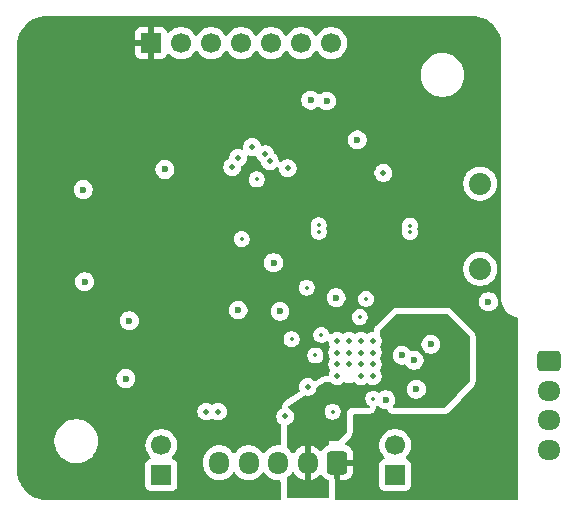
<source format=gbr>
%TF.GenerationSoftware,KiCad,Pcbnew,9.0.2*%
%TF.CreationDate,2025-07-23T20:38:51-05:00*%
%TF.ProjectId,Smart Motor,536d6172-7420-44d6-9f74-6f722e6b6963,rev?*%
%TF.SameCoordinates,Original*%
%TF.FileFunction,Copper,L3,Inr*%
%TF.FilePolarity,Positive*%
%FSLAX46Y46*%
G04 Gerber Fmt 4.6, Leading zero omitted, Abs format (unit mm)*
G04 Created by KiCad (PCBNEW 9.0.2) date 2025-07-23 20:38:51*
%MOMM*%
%LPD*%
G01*
G04 APERTURE LIST*
G04 Aperture macros list*
%AMRoundRect*
0 Rectangle with rounded corners*
0 $1 Rounding radius*
0 $2 $3 $4 $5 $6 $7 $8 $9 X,Y pos of 4 corners*
0 Add a 4 corners polygon primitive as box body*
4,1,4,$2,$3,$4,$5,$6,$7,$8,$9,$2,$3,0*
0 Add four circle primitives for the rounded corners*
1,1,$1+$1,$2,$3*
1,1,$1+$1,$4,$5*
1,1,$1+$1,$6,$7*
1,1,$1+$1,$8,$9*
0 Add four rect primitives between the rounded corners*
20,1,$1+$1,$2,$3,$4,$5,0*
20,1,$1+$1,$4,$5,$6,$7,0*
20,1,$1+$1,$6,$7,$8,$9,0*
20,1,$1+$1,$8,$9,$2,$3,0*%
G04 Aperture macros list end*
%TA.AperFunction,ComponentPad*%
%ADD10C,1.875000*%
%TD*%
%TA.AperFunction,ComponentPad*%
%ADD11R,1.700000X1.700000*%
%TD*%
%TA.AperFunction,ComponentPad*%
%ADD12C,1.700000*%
%TD*%
%TA.AperFunction,ComponentPad*%
%ADD13RoundRect,0.250000X0.600000X0.725000X-0.600000X0.725000X-0.600000X-0.725000X0.600000X-0.725000X0*%
%TD*%
%TA.AperFunction,ComponentPad*%
%ADD14O,1.700000X1.950000*%
%TD*%
%TA.AperFunction,ComponentPad*%
%ADD15RoundRect,0.250000X-0.725000X0.600000X-0.725000X-0.600000X0.725000X-0.600000X0.725000X0.600000X0*%
%TD*%
%TA.AperFunction,ComponentPad*%
%ADD16O,1.950000X1.700000*%
%TD*%
%TA.AperFunction,HeatsinkPad*%
%ADD17C,0.500000*%
%TD*%
%TA.AperFunction,ViaPad*%
%ADD18C,0.600000*%
%TD*%
%TA.AperFunction,ViaPad*%
%ADD19C,0.350000*%
%TD*%
%TA.AperFunction,ViaPad*%
%ADD20C,0.500000*%
%TD*%
%TA.AperFunction,Conductor*%
%ADD21C,0.600000*%
%TD*%
G04 APERTURE END LIST*
D10*
%TO.N,GND*%
%TO.C,J4*%
X159700000Y-126910000D03*
X159700000Y-119690000D03*
%TD*%
D11*
%TO.N,CAN_H*%
%TO.C,J2*%
X132700000Y-144375000D03*
D12*
%TO.N,Net-(J2-Pin_2)*%
X132700000Y-141835000D03*
%TD*%
D13*
%TO.N,+3.3V*%
%TO.C,J5*%
X147600000Y-143325000D03*
D14*
%TO.N,+24V*%
X145100000Y-143325000D03*
%TO.N,CAN_L*%
X142600000Y-143325000D03*
%TO.N,CAN_H*%
X140100000Y-143325000D03*
%TO.N,GND*%
X137600000Y-143325000D03*
%TD*%
D11*
%TO.N,+3.3V*%
%TO.C,J6*%
X131840000Y-107800000D03*
D12*
%TO.N,SWCLK*%
X134380000Y-107800000D03*
%TO.N,GND*%
X136920000Y-107800000D03*
%TO.N,SWDIO*%
X139460000Y-107800000D03*
%TO.N,GND*%
X142000000Y-107800000D03*
%TO.N,NRST*%
X144540000Y-107800000D03*
%TO.N,SWO*%
X147080000Y-107800000D03*
%TD*%
D15*
%TO.N,/OA1*%
%TO.C,J1*%
X165525000Y-134750000D03*
D16*
%TO.N,/OA2*%
X165525000Y-137250000D03*
%TO.N,/OB1*%
X165525000Y-139750000D03*
%TO.N,/OB2*%
X165525000Y-142250000D03*
%TD*%
D11*
%TO.N,CAN_L*%
%TO.C,J3*%
X152500000Y-144375000D03*
D12*
%TO.N,Net-(J3-Pin_2)*%
X152500000Y-141835000D03*
%TD*%
D17*
%TO.N,GND*%
%TO.C,U2*%
X147600000Y-136000000D03*
X149600000Y-136000000D03*
X150600000Y-136000000D03*
X147600000Y-135000000D03*
X148600000Y-135000000D03*
X149600000Y-135000000D03*
X150600000Y-135000000D03*
X147600000Y-134000000D03*
X148600000Y-134000000D03*
X149600000Y-134000000D03*
X150600000Y-134000000D03*
X147600000Y-133000000D03*
X148600000Y-133000000D03*
X149600000Y-133000000D03*
X150600000Y-133000000D03*
%TD*%
D18*
%TO.N,+3.3V*%
X150200000Y-109100000D03*
%TO.N,GND*%
X145352500Y-112625000D03*
X126100000Y-120200000D03*
D19*
%TO.N,USB_D+*%
X153750000Y-123250000D03*
%TO.N,USB_D-*%
X153750000Y-123800003D03*
D18*
%TO.N,GND*%
X142200000Y-126400000D03*
X133000000Y-118500000D03*
D20*
X151500000Y-118791871D03*
D18*
X139200000Y-130400000D03*
X130000000Y-131300000D03*
D19*
X143725000Y-132875000D03*
D18*
X147500000Y-129350000D03*
X129700000Y-136200000D03*
X155525000Y-133300000D03*
X126200000Y-128000000D03*
X142750000Y-130500000D03*
X160400000Y-129700000D03*
%TO.N,+3.3V*%
X147200000Y-131500000D03*
D19*
X150200000Y-131300000D03*
X123500000Y-134000000D03*
D18*
X149700000Y-120400000D03*
X136500000Y-121250000D03*
X141500000Y-132750000D03*
X137600000Y-111600000D03*
%TO.N,+24V*%
X158475000Y-133200000D03*
X152000000Y-136400000D03*
X151600000Y-132500000D03*
D20*
%TO.N,Net-(U2-5VOUT)*%
X145100000Y-136900000D03*
D19*
%TO.N,DAC*%
X145000000Y-128500000D03*
D20*
%TO.N,Net-(C14-Pad2)*%
X143183619Y-139408613D03*
%TO.N,CAN_H*%
X136500000Y-139000000D03*
%TO.N,CAN_L*%
X137500000Y-139000000D03*
%TO.N,SWCLK*%
X143400000Y-118400000D03*
D18*
%TO.N,NRST*%
X149300000Y-116000000D03*
X146700000Y-112700000D03*
D19*
%TO.N,USB_D-*%
X146021069Y-123775000D03*
%TO.N,USB_D+*%
X146021069Y-123225000D03*
%TO.N,RX*%
X146250000Y-132500000D03*
%TO.N,AS_SCL*%
X139500000Y-124400000D03*
D20*
%TO.N,AS_SDA*%
X140400000Y-116600000D03*
%TO.N,MCU_CANTX*%
X138700000Y-118300000D03*
%TO.N,MCU_CANRX*%
X139200000Y-117500000D03*
%TO.N,AS_OUT*%
X141500000Y-117200000D03*
D19*
%TO.N,AS_DIR*%
X140767933Y-119344292D03*
D20*
%TO.N,AS_PGO*%
X141900000Y-117800000D03*
D19*
%TO.N,DIAG*%
X145750000Y-134250000D03*
%TO.N,STEP*%
X150031801Y-129450000D03*
%TO.N,SPREAD*%
X147200000Y-139000000D03*
%TO.N,DIR*%
X149500000Y-131000000D03*
%TO.N,ENABLE*%
X150650044Y-137898957D03*
D18*
%TO.N,/OB1*%
X154300000Y-137100000D03*
%TO.N,/OB2*%
X151700000Y-138000000D03*
%TO.N,/OA1*%
X153076338Y-134216344D03*
%TO.N,/OA2*%
X154100000Y-134650000D03*
%TD*%
D21*
%TO.N,+24V*%
X158475000Y-133200000D02*
X158475000Y-133175000D01*
%TD*%
%TA.AperFunction,Conductor*%
%TO.N,+24V*%
G36*
X145350000Y-144777230D02*
G01*
X145416126Y-144766757D01*
X145416129Y-144766757D01*
X145618217Y-144701095D01*
X145807557Y-144604620D01*
X145979458Y-144479728D01*
X146118330Y-144340856D01*
X146179653Y-144307371D01*
X146249345Y-144312355D01*
X146305279Y-144354226D01*
X146311551Y-144363440D01*
X146315185Y-144369332D01*
X146315186Y-144369334D01*
X146407288Y-144518656D01*
X146531344Y-144642712D01*
X146680666Y-144734814D01*
X146815004Y-144779329D01*
X146872449Y-144819102D01*
X146899272Y-144883618D01*
X146900000Y-144897035D01*
X146900000Y-146176000D01*
X146880315Y-146243039D01*
X146827511Y-146288794D01*
X146776000Y-146300000D01*
X143424000Y-146300000D01*
X143356961Y-146280315D01*
X143311206Y-146227511D01*
X143300000Y-146176000D01*
X143300000Y-144673911D01*
X143319685Y-144606872D01*
X143351113Y-144573594D01*
X143479792Y-144480104D01*
X143630104Y-144329792D01*
X143749991Y-144164779D01*
X143805320Y-144122115D01*
X143874933Y-144116136D01*
X143936729Y-144148741D01*
X143950627Y-144164781D01*
X144070272Y-144329459D01*
X144070276Y-144329464D01*
X144220535Y-144479723D01*
X144220540Y-144479727D01*
X144392442Y-144604620D01*
X144581782Y-144701095D01*
X144783871Y-144766757D01*
X144850000Y-144777231D01*
X144850000Y-143729145D01*
X144916657Y-143767630D01*
X145037465Y-143800000D01*
X145162535Y-143800000D01*
X145283343Y-143767630D01*
X145350000Y-143729145D01*
X145350000Y-144777230D01*
G37*
%TD.AperFunction*%
%TA.AperFunction,Conductor*%
G36*
X156915677Y-130719685D02*
G01*
X156936319Y-130736319D01*
X158763681Y-132563681D01*
X158797166Y-132625004D01*
X158800000Y-132651362D01*
X158800000Y-136450318D01*
X158780315Y-136517357D01*
X158765696Y-136535937D01*
X156736636Y-138661619D01*
X156676108Y-138696521D01*
X156646940Y-138700000D01*
X152427016Y-138700000D01*
X152359977Y-138680315D01*
X152314222Y-138627511D01*
X152304278Y-138558353D01*
X152323914Y-138507109D01*
X152409390Y-138379185D01*
X152409390Y-138379184D01*
X152409394Y-138379179D01*
X152469737Y-138233497D01*
X152500500Y-138078842D01*
X152500500Y-137921158D01*
X152500500Y-137921155D01*
X152500499Y-137921153D01*
X152478269Y-137809397D01*
X152469737Y-137766503D01*
X152442989Y-137701926D01*
X152409397Y-137620827D01*
X152409390Y-137620814D01*
X152321789Y-137489711D01*
X152321786Y-137489707D01*
X152210292Y-137378213D01*
X152210288Y-137378210D01*
X152079185Y-137290609D01*
X152079172Y-137290602D01*
X151933501Y-137230264D01*
X151933489Y-137230261D01*
X151778845Y-137199500D01*
X151778842Y-137199500D01*
X151621158Y-137199500D01*
X151621155Y-137199500D01*
X151466510Y-137230261D01*
X151466498Y-137230264D01*
X151320827Y-137290602D01*
X151320816Y-137290608D01*
X151207025Y-137366641D01*
X151140348Y-137387518D01*
X151072968Y-137369033D01*
X151069245Y-137366641D01*
X150970016Y-137300339D01*
X150970015Y-137300338D01*
X150970013Y-137300337D01*
X150970010Y-137300335D01*
X150970005Y-137300333D01*
X150847084Y-137249418D01*
X150847074Y-137249415D01*
X150716577Y-137223457D01*
X150716575Y-137223457D01*
X150583513Y-137223457D01*
X150583511Y-137223457D01*
X150453013Y-137249415D01*
X150453003Y-137249418D01*
X150330082Y-137300333D01*
X150330064Y-137300343D01*
X150219442Y-137374258D01*
X150219434Y-137374264D01*
X150125351Y-137468347D01*
X150125345Y-137468355D01*
X150051430Y-137578977D01*
X150051420Y-137578995D01*
X150000505Y-137701916D01*
X150000502Y-137701926D01*
X149974544Y-137832423D01*
X149974544Y-137832426D01*
X149974544Y-137965488D01*
X149974544Y-137965490D01*
X149974543Y-137965490D01*
X150000502Y-138095987D01*
X150000505Y-138095997D01*
X150051420Y-138218918D01*
X150051430Y-138218936D01*
X150125345Y-138329558D01*
X150125351Y-138329566D01*
X150219434Y-138423649D01*
X150219442Y-138423655D01*
X150293139Y-138472898D01*
X150337945Y-138526510D01*
X150346652Y-138595835D01*
X150316498Y-138658862D01*
X150257055Y-138695582D01*
X150224249Y-138700000D01*
X148699999Y-138700000D01*
X148400000Y-138999999D01*
X148400000Y-140721734D01*
X148380315Y-140788773D01*
X148364179Y-140808915D01*
X147758548Y-141421481D01*
X147697416Y-141455314D01*
X147671781Y-141458292D01*
X146900000Y-141467079D01*
X146900000Y-141752965D01*
X146880315Y-141820004D01*
X146827511Y-141865759D01*
X146815008Y-141870669D01*
X146753119Y-141891177D01*
X146680668Y-141915185D01*
X146680663Y-141915187D01*
X146531342Y-142007289D01*
X146407289Y-142131342D01*
X146311551Y-142286559D01*
X146259603Y-142333283D01*
X146190640Y-142344506D01*
X146126558Y-142316662D01*
X146118331Y-142309143D01*
X145979464Y-142170276D01*
X145979459Y-142170272D01*
X145807557Y-142045379D01*
X145618215Y-141948903D01*
X145416124Y-141883241D01*
X145350000Y-141872768D01*
X145350000Y-142920854D01*
X145283343Y-142882370D01*
X145162535Y-142850000D01*
X145037465Y-142850000D01*
X144916657Y-142882370D01*
X144850000Y-142920854D01*
X144850000Y-141872768D01*
X144849999Y-141872768D01*
X144783875Y-141883241D01*
X144581784Y-141948903D01*
X144392442Y-142045379D01*
X144220540Y-142170272D01*
X144220535Y-142170276D01*
X144070276Y-142320535D01*
X144070272Y-142320540D01*
X143950627Y-142485218D01*
X143895297Y-142527884D01*
X143825684Y-142533863D01*
X143763889Y-142501257D01*
X143749991Y-142485218D01*
X143630109Y-142320214D01*
X143630105Y-142320209D01*
X143479790Y-142169894D01*
X143479785Y-142169890D01*
X143351115Y-142076406D01*
X143308449Y-142021076D01*
X143300000Y-141976088D01*
X143300000Y-140252430D01*
X143319685Y-140185391D01*
X143372489Y-140139636D01*
X143399808Y-140130812D01*
X143402532Y-140130271D01*
X143539114Y-140073697D01*
X143662035Y-139991564D01*
X143766570Y-139887029D01*
X143848703Y-139764108D01*
X143905277Y-139627526D01*
X143925732Y-139524695D01*
X143934119Y-139482533D01*
X143934119Y-139334692D01*
X143905278Y-139189705D01*
X143905277Y-139189704D01*
X143905277Y-139189700D01*
X143854260Y-139066533D01*
X146524499Y-139066533D01*
X146550458Y-139197030D01*
X146550461Y-139197040D01*
X146601376Y-139319961D01*
X146601386Y-139319979D01*
X146675301Y-139430601D01*
X146675307Y-139430609D01*
X146769390Y-139524692D01*
X146769398Y-139524698D01*
X146880020Y-139598613D01*
X146880023Y-139598614D01*
X146880031Y-139598620D01*
X146880037Y-139598622D01*
X146880038Y-139598623D01*
X147002959Y-139649538D01*
X147002964Y-139649540D01*
X147002968Y-139649540D01*
X147002969Y-139649541D01*
X147133466Y-139675500D01*
X147133469Y-139675500D01*
X147266533Y-139675500D01*
X147354325Y-139658035D01*
X147397036Y-139649540D01*
X147519969Y-139598620D01*
X147630606Y-139524695D01*
X147724695Y-139430606D01*
X147798620Y-139319969D01*
X147849540Y-139197036D01*
X147875500Y-139066531D01*
X147875500Y-138933469D01*
X147875500Y-138933466D01*
X147849541Y-138802969D01*
X147849540Y-138802968D01*
X147849540Y-138802964D01*
X147824923Y-138743532D01*
X147798623Y-138680038D01*
X147798622Y-138680037D01*
X147798620Y-138680031D01*
X147784475Y-138658862D01*
X147724698Y-138569398D01*
X147724692Y-138569390D01*
X147630609Y-138475307D01*
X147630601Y-138475301D01*
X147519979Y-138401386D01*
X147519972Y-138401382D01*
X147519969Y-138401380D01*
X147519965Y-138401378D01*
X147519961Y-138401376D01*
X147397040Y-138350461D01*
X147397030Y-138350458D01*
X147266533Y-138324500D01*
X147266531Y-138324500D01*
X147133469Y-138324500D01*
X147133467Y-138324500D01*
X147002969Y-138350458D01*
X147002959Y-138350461D01*
X146880038Y-138401376D01*
X146880020Y-138401386D01*
X146769398Y-138475301D01*
X146769390Y-138475307D01*
X146675307Y-138569390D01*
X146675301Y-138569398D01*
X146601386Y-138680020D01*
X146601376Y-138680038D01*
X146550461Y-138802959D01*
X146550458Y-138802969D01*
X146524500Y-138933466D01*
X146524500Y-138933469D01*
X146524500Y-139066531D01*
X146524500Y-139066533D01*
X146524499Y-139066533D01*
X143854260Y-139066533D01*
X143854259Y-139066531D01*
X143848706Y-139053124D01*
X143848696Y-139053106D01*
X143810719Y-138996269D01*
X143810718Y-138996268D01*
X143766570Y-138930197D01*
X143766567Y-138930193D01*
X143662038Y-138825664D01*
X143662034Y-138825661D01*
X143539120Y-138743532D01*
X143539110Y-138743527D01*
X143497158Y-138726150D01*
X143442755Y-138682309D01*
X143420690Y-138616015D01*
X143437969Y-138548315D01*
X143477553Y-138507286D01*
X144819192Y-137644804D01*
X144886224Y-137625112D01*
X144910427Y-137627494D01*
X144997447Y-137644804D01*
X145026081Y-137650500D01*
X145026082Y-137650500D01*
X145173920Y-137650500D01*
X145289569Y-137627495D01*
X145318913Y-137621658D01*
X145455495Y-137565084D01*
X145578416Y-137482951D01*
X145682951Y-137378416D01*
X145765084Y-137255495D01*
X145821658Y-137118913D01*
X145838425Y-137034617D01*
X145845468Y-137021153D01*
X153499500Y-137021153D01*
X153499500Y-137178846D01*
X153530261Y-137333489D01*
X153530264Y-137333501D01*
X153590602Y-137479172D01*
X153590609Y-137479185D01*
X153678210Y-137610288D01*
X153678213Y-137610292D01*
X153789707Y-137721786D01*
X153789711Y-137721789D01*
X153920814Y-137809390D01*
X153920827Y-137809397D01*
X154066498Y-137869735D01*
X154066503Y-137869737D01*
X154221153Y-137900499D01*
X154221156Y-137900500D01*
X154221158Y-137900500D01*
X154378844Y-137900500D01*
X154378845Y-137900499D01*
X154533497Y-137869737D01*
X154679179Y-137809394D01*
X154810289Y-137721789D01*
X154921789Y-137610289D01*
X155009394Y-137479179D01*
X155069737Y-137333497D01*
X155100500Y-137178842D01*
X155100500Y-137021158D01*
X155100500Y-137021155D01*
X155100499Y-137021153D01*
X155069738Y-136866510D01*
X155069737Y-136866503D01*
X155052994Y-136826082D01*
X155009397Y-136720827D01*
X155009390Y-136720814D01*
X154921789Y-136589711D01*
X154921786Y-136589707D01*
X154810292Y-136478213D01*
X154810288Y-136478210D01*
X154679185Y-136390609D01*
X154679172Y-136390602D01*
X154533501Y-136330264D01*
X154533489Y-136330261D01*
X154378845Y-136299500D01*
X154378842Y-136299500D01*
X154221158Y-136299500D01*
X154221155Y-136299500D01*
X154066510Y-136330261D01*
X154066498Y-136330264D01*
X153920827Y-136390602D01*
X153920814Y-136390609D01*
X153789711Y-136478210D01*
X153789707Y-136478213D01*
X153678213Y-136589707D01*
X153678210Y-136589711D01*
X153590609Y-136720814D01*
X153590602Y-136720827D01*
X153530264Y-136866498D01*
X153530261Y-136866510D01*
X153499500Y-137021153D01*
X145845468Y-137021153D01*
X145853137Y-137006493D01*
X145866317Y-136977623D01*
X145869833Y-136974575D01*
X145870808Y-136972712D01*
X145892980Y-136954512D01*
X146569365Y-136519694D01*
X146636402Y-136500000D01*
X146987271Y-136500000D01*
X147054310Y-136519685D01*
X147074953Y-136536320D01*
X147121580Y-136582948D01*
X147121584Y-136582951D01*
X147244498Y-136665080D01*
X147244511Y-136665087D01*
X147379049Y-136720814D01*
X147381087Y-136721658D01*
X147381091Y-136721658D01*
X147381092Y-136721659D01*
X147526079Y-136750500D01*
X147526082Y-136750500D01*
X147673920Y-136750500D01*
X147771462Y-136731096D01*
X147818913Y-136721658D01*
X147955495Y-136665084D01*
X148078416Y-136582951D01*
X148125047Y-136536320D01*
X148151975Y-136521615D01*
X148177794Y-136505023D01*
X148183993Y-136504131D01*
X148186370Y-136502834D01*
X148212729Y-136500000D01*
X148231800Y-136500000D01*
X148293799Y-136516612D01*
X148368216Y-136559577D01*
X148520943Y-136600500D01*
X148520945Y-136600500D01*
X148679055Y-136600500D01*
X148679057Y-136600500D01*
X148831784Y-136559577D01*
X148906200Y-136516612D01*
X148921688Y-136512462D01*
X148933265Y-136505023D01*
X148968200Y-136500000D01*
X148987271Y-136500000D01*
X149054310Y-136519685D01*
X149074953Y-136536320D01*
X149121580Y-136582948D01*
X149121584Y-136582951D01*
X149244498Y-136665080D01*
X149244511Y-136665087D01*
X149379049Y-136720814D01*
X149381087Y-136721658D01*
X149381091Y-136721658D01*
X149381092Y-136721659D01*
X149526079Y-136750500D01*
X149526082Y-136750500D01*
X149673920Y-136750500D01*
X149771462Y-136731096D01*
X149818913Y-136721658D01*
X149955495Y-136665084D01*
X150031111Y-136614559D01*
X150097786Y-136593682D01*
X150165166Y-136612166D01*
X150168848Y-136614531D01*
X150244505Y-136665084D01*
X150244507Y-136665085D01*
X150244511Y-136665087D01*
X150379049Y-136720814D01*
X150381087Y-136721658D01*
X150381091Y-136721658D01*
X150381092Y-136721659D01*
X150526079Y-136750500D01*
X150526082Y-136750500D01*
X150673920Y-136750500D01*
X150771462Y-136731096D01*
X150818913Y-136721658D01*
X150955495Y-136665084D01*
X151078416Y-136582951D01*
X151161367Y-136500000D01*
X151200000Y-136500000D01*
X151200000Y-136452900D01*
X151265084Y-136355495D01*
X151321658Y-136218913D01*
X151331096Y-136171462D01*
X151350500Y-136073920D01*
X151350500Y-135926079D01*
X151321659Y-135781092D01*
X151321658Y-135781091D01*
X151321658Y-135781087D01*
X151321656Y-135781082D01*
X151265085Y-135644506D01*
X151265084Y-135644504D01*
X151220897Y-135578372D01*
X151215246Y-135560326D01*
X151205023Y-135544418D01*
X151200571Y-135513455D01*
X151200020Y-135511695D01*
X151200000Y-135509483D01*
X151200000Y-135490515D01*
X151219685Y-135423476D01*
X151220898Y-135421624D01*
X151222160Y-135419735D01*
X151265084Y-135355495D01*
X151321658Y-135218913D01*
X151350500Y-135073918D01*
X151350500Y-134926082D01*
X151350500Y-134926079D01*
X151321659Y-134781092D01*
X151321658Y-134781091D01*
X151321658Y-134781087D01*
X151300019Y-134728846D01*
X151265085Y-134644506D01*
X151265084Y-134644504D01*
X151220897Y-134578372D01*
X151215246Y-134560326D01*
X151205023Y-134544418D01*
X151200571Y-134513455D01*
X151200020Y-134511695D01*
X151200000Y-134509483D01*
X151200000Y-134490515D01*
X151219685Y-134423476D01*
X151220898Y-134421624D01*
X151224323Y-134416498D01*
X151265084Y-134355495D01*
X151321658Y-134218913D01*
X151337853Y-134137497D01*
X152275838Y-134137497D01*
X152275838Y-134295190D01*
X152306599Y-134449833D01*
X152306602Y-134449845D01*
X152366940Y-134595516D01*
X152366947Y-134595529D01*
X152454548Y-134726632D01*
X152454551Y-134726636D01*
X152566045Y-134838130D01*
X152566049Y-134838133D01*
X152697152Y-134925734D01*
X152697165Y-134925741D01*
X152842836Y-134986079D01*
X152842841Y-134986081D01*
X152997491Y-135016843D01*
X152997494Y-135016844D01*
X152997496Y-135016844D01*
X153155182Y-135016844D01*
X153274448Y-134993120D01*
X153344040Y-134999347D01*
X153399217Y-135042210D01*
X153401742Y-135045846D01*
X153478210Y-135160288D01*
X153478213Y-135160292D01*
X153589707Y-135271786D01*
X153589711Y-135271789D01*
X153720814Y-135359390D01*
X153720827Y-135359397D01*
X153866498Y-135419735D01*
X153866503Y-135419737D01*
X154021153Y-135450499D01*
X154021156Y-135450500D01*
X154021158Y-135450500D01*
X154178844Y-135450500D01*
X154178845Y-135450499D01*
X154333497Y-135419737D01*
X154479179Y-135359394D01*
X154610289Y-135271789D01*
X154721789Y-135160289D01*
X154809394Y-135029179D01*
X154869737Y-134883497D01*
X154900500Y-134728842D01*
X154900500Y-134571158D01*
X154900500Y-134571155D01*
X154900499Y-134571153D01*
X154876368Y-134449841D01*
X154869737Y-134416503D01*
X154819488Y-134295190D01*
X154809397Y-134270827D01*
X154809390Y-134270814D01*
X154721789Y-134139711D01*
X154721786Y-134139707D01*
X154610292Y-134028213D01*
X154610288Y-134028210D01*
X154479185Y-133940609D01*
X154479172Y-133940602D01*
X154333501Y-133880264D01*
X154333489Y-133880261D01*
X154178845Y-133849500D01*
X154178842Y-133849500D01*
X154021158Y-133849500D01*
X154021153Y-133849500D01*
X153901888Y-133873223D01*
X153832296Y-133866996D01*
X153777119Y-133824132D01*
X153774595Y-133820497D01*
X153698127Y-133706055D01*
X153698124Y-133706051D01*
X153586630Y-133594557D01*
X153586626Y-133594554D01*
X153455523Y-133506953D01*
X153455510Y-133506946D01*
X153309839Y-133446608D01*
X153309827Y-133446605D01*
X153155183Y-133415844D01*
X153155180Y-133415844D01*
X152997496Y-133415844D01*
X152997493Y-133415844D01*
X152842848Y-133446605D01*
X152842836Y-133446608D01*
X152697165Y-133506946D01*
X152697152Y-133506953D01*
X152566049Y-133594554D01*
X152566045Y-133594557D01*
X152454551Y-133706051D01*
X152454548Y-133706055D01*
X152366947Y-133837158D01*
X152366940Y-133837171D01*
X152306602Y-133982842D01*
X152306599Y-133982854D01*
X152275838Y-134137497D01*
X151337853Y-134137497D01*
X151350500Y-134073918D01*
X151350500Y-133926082D01*
X151350500Y-133926079D01*
X151321659Y-133781092D01*
X151321658Y-133781091D01*
X151321658Y-133781087D01*
X151321656Y-133781082D01*
X151265085Y-133644506D01*
X151265084Y-133644504D01*
X151220897Y-133578372D01*
X151215246Y-133560326D01*
X151205023Y-133544418D01*
X151200571Y-133513455D01*
X151200020Y-133511695D01*
X151200000Y-133509483D01*
X151200000Y-133490515D01*
X151219685Y-133423476D01*
X151220898Y-133421624D01*
X151224760Y-133415844D01*
X151265084Y-133355495D01*
X151320730Y-133221153D01*
X154724500Y-133221153D01*
X154724500Y-133378846D01*
X154755261Y-133533489D01*
X154755264Y-133533501D01*
X154815602Y-133679172D01*
X154815609Y-133679185D01*
X154903210Y-133810288D01*
X154903213Y-133810292D01*
X155014707Y-133921786D01*
X155014711Y-133921789D01*
X155145814Y-134009390D01*
X155145827Y-134009397D01*
X155191254Y-134028213D01*
X155291503Y-134069737D01*
X155446153Y-134100499D01*
X155446156Y-134100500D01*
X155446158Y-134100500D01*
X155603844Y-134100500D01*
X155603845Y-134100499D01*
X155758497Y-134069737D01*
X155904179Y-134009394D01*
X156035289Y-133921789D01*
X156146789Y-133810289D01*
X156234394Y-133679179D01*
X156294737Y-133533497D01*
X156325500Y-133378842D01*
X156325500Y-133221158D01*
X156325500Y-133221155D01*
X156325499Y-133221153D01*
X156311254Y-133149540D01*
X156294737Y-133066503D01*
X156277420Y-133024695D01*
X156234397Y-132920827D01*
X156234390Y-132920814D01*
X156146789Y-132789711D01*
X156146786Y-132789707D01*
X156035292Y-132678213D01*
X156035288Y-132678210D01*
X155904185Y-132590609D01*
X155904172Y-132590602D01*
X155758501Y-132530264D01*
X155758489Y-132530261D01*
X155603845Y-132499500D01*
X155603842Y-132499500D01*
X155446158Y-132499500D01*
X155446155Y-132499500D01*
X155291510Y-132530261D01*
X155291498Y-132530264D01*
X155145827Y-132590602D01*
X155145814Y-132590609D01*
X155014711Y-132678210D01*
X155014707Y-132678213D01*
X154903213Y-132789707D01*
X154903210Y-132789711D01*
X154815609Y-132920814D01*
X154815602Y-132920827D01*
X154755264Y-133066498D01*
X154755261Y-133066510D01*
X154724500Y-133221153D01*
X151320730Y-133221153D01*
X151321658Y-133218913D01*
X151330294Y-133175500D01*
X151350500Y-133073920D01*
X151350500Y-132926079D01*
X151321659Y-132781092D01*
X151321658Y-132781091D01*
X151321658Y-132781087D01*
X151286843Y-132697036D01*
X151265085Y-132644506D01*
X151265084Y-132644504D01*
X151220897Y-132578372D01*
X151200020Y-132511695D01*
X151200000Y-132509483D01*
X151200000Y-132176362D01*
X151219685Y-132109323D01*
X151236319Y-132088681D01*
X152588681Y-130736319D01*
X152650004Y-130702834D01*
X152676362Y-130700000D01*
X156848638Y-130700000D01*
X156915677Y-130719685D01*
G37*
%TD.AperFunction*%
%TD*%
%TA.AperFunction,Conductor*%
%TO.N,+3.3V*%
G36*
X159003736Y-105500726D02*
G01*
X159293796Y-105518271D01*
X159308659Y-105520076D01*
X159590798Y-105571780D01*
X159605335Y-105575363D01*
X159879172Y-105660695D01*
X159893163Y-105666000D01*
X160154743Y-105783727D01*
X160167989Y-105790680D01*
X160413465Y-105939075D01*
X160425776Y-105947573D01*
X160651573Y-106124473D01*
X160662781Y-106134403D01*
X160865596Y-106337218D01*
X160875526Y-106348426D01*
X160995481Y-106501538D01*
X161052422Y-106574217D01*
X161060926Y-106586537D01*
X161134296Y-106707906D01*
X161209316Y-106832004D01*
X161216275Y-106845263D01*
X161333997Y-107106831D01*
X161339306Y-107120832D01*
X161424635Y-107394663D01*
X161428219Y-107409201D01*
X161479923Y-107691340D01*
X161481728Y-107706205D01*
X161499274Y-107996263D01*
X161499500Y-108003750D01*
X161499500Y-129434108D01*
X161499500Y-129500000D01*
X161499500Y-129607318D01*
X161501490Y-129621158D01*
X161530044Y-129819764D01*
X161530047Y-129819774D01*
X161590517Y-130025715D01*
X161679672Y-130220938D01*
X161679679Y-130220951D01*
X161708954Y-130266503D01*
X161795719Y-130401513D01*
X161802548Y-130409394D01*
X161936275Y-130563724D01*
X162060277Y-130671172D01*
X162098487Y-130704281D01*
X162215031Y-130779179D01*
X162279048Y-130820320D01*
X162279061Y-130820327D01*
X162474284Y-130909482D01*
X162474288Y-130909483D01*
X162474290Y-130909484D01*
X162680231Y-130969954D01*
X162680235Y-130969954D01*
X162680237Y-130969955D01*
X162698850Y-130972631D01*
X162793648Y-130986261D01*
X162857202Y-131015284D01*
X162894977Y-131074062D01*
X162900000Y-131108998D01*
X162900000Y-146375500D01*
X162880315Y-146442539D01*
X162827511Y-146488294D01*
X162776000Y-146499500D01*
X147497498Y-146499500D01*
X147430459Y-146479815D01*
X147384704Y-146427011D01*
X147374760Y-146357853D01*
X147378521Y-146340564D01*
X147385023Y-146318419D01*
X147385024Y-146318416D01*
X147405500Y-146176000D01*
X147405500Y-144897035D01*
X147404758Y-144869647D01*
X147404030Y-144856230D01*
X147401804Y-144828921D01*
X147366038Y-144689557D01*
X147366037Y-144689553D01*
X147359501Y-144673832D01*
X147350000Y-144626230D01*
X147350000Y-143729145D01*
X147416657Y-143767630D01*
X147537465Y-143800000D01*
X147662535Y-143800000D01*
X147783343Y-143767630D01*
X147850000Y-143729145D01*
X147850000Y-144799999D01*
X148249972Y-144799999D01*
X148249986Y-144799998D01*
X148352697Y-144789505D01*
X148519119Y-144734358D01*
X148519124Y-144734356D01*
X148668345Y-144642315D01*
X148792315Y-144518345D01*
X148884356Y-144369124D01*
X148884358Y-144369119D01*
X148939505Y-144202697D01*
X148939506Y-144202690D01*
X148949999Y-144099986D01*
X148950000Y-144099973D01*
X148950000Y-143575000D01*
X148004146Y-143575000D01*
X148042630Y-143508343D01*
X148075000Y-143387535D01*
X148075000Y-143262465D01*
X148042630Y-143141657D01*
X148004146Y-143075000D01*
X148949999Y-143075000D01*
X148949999Y-142550028D01*
X148949998Y-142550013D01*
X148939505Y-142447302D01*
X148884358Y-142280880D01*
X148884356Y-142280875D01*
X148792315Y-142131654D01*
X148668345Y-142007684D01*
X148519124Y-141915643D01*
X148519119Y-141915641D01*
X148352697Y-141860494D01*
X148352689Y-141860493D01*
X148322169Y-141857375D01*
X148307695Y-141851469D01*
X148292099Y-141850443D01*
X148276008Y-141838539D01*
X148257477Y-141830978D01*
X148248494Y-141818185D01*
X148235929Y-141808890D01*
X148228828Y-141790177D01*
X148217326Y-141773797D01*
X148216685Y-141758179D01*
X148211140Y-141743566D01*
X148214283Y-141728713D01*
X151149500Y-141728713D01*
X151149500Y-141941287D01*
X151150634Y-141948444D01*
X151165918Y-142044949D01*
X151182754Y-142151243D01*
X151244471Y-142341188D01*
X151248444Y-142353414D01*
X151344951Y-142542820D01*
X151469890Y-142714786D01*
X151583430Y-142828326D01*
X151616915Y-142889649D01*
X151611931Y-142959341D01*
X151570059Y-143015274D01*
X151539083Y-143032189D01*
X151407669Y-143081203D01*
X151407664Y-143081206D01*
X151292455Y-143167452D01*
X151292452Y-143167455D01*
X151206206Y-143282664D01*
X151206202Y-143282671D01*
X151155908Y-143417517D01*
X151152524Y-143449000D01*
X151149501Y-143477123D01*
X151149500Y-143477135D01*
X151149500Y-145272870D01*
X151149501Y-145272876D01*
X151155908Y-145332483D01*
X151206202Y-145467328D01*
X151206206Y-145467335D01*
X151292452Y-145582544D01*
X151292455Y-145582547D01*
X151407664Y-145668793D01*
X151407671Y-145668797D01*
X151542517Y-145719091D01*
X151542516Y-145719091D01*
X151549444Y-145719835D01*
X151602127Y-145725500D01*
X153397872Y-145725499D01*
X153457483Y-145719091D01*
X153592331Y-145668796D01*
X153707546Y-145582546D01*
X153793796Y-145467331D01*
X153844091Y-145332483D01*
X153850500Y-145272873D01*
X153850499Y-143477128D01*
X153844091Y-143417517D01*
X153832908Y-143387535D01*
X153793797Y-143282671D01*
X153793793Y-143282664D01*
X153707547Y-143167455D01*
X153707544Y-143167452D01*
X153592335Y-143081206D01*
X153592328Y-143081202D01*
X153460917Y-143032189D01*
X153404983Y-142990318D01*
X153380566Y-142924853D01*
X153395418Y-142856580D01*
X153416563Y-142828332D01*
X153530104Y-142714792D01*
X153568170Y-142662399D01*
X153655048Y-142542820D01*
X153655047Y-142542820D01*
X153655051Y-142542816D01*
X153751557Y-142353412D01*
X153817246Y-142151243D01*
X153850500Y-141941287D01*
X153850500Y-141728713D01*
X153817246Y-141518757D01*
X153751557Y-141316588D01*
X153655051Y-141127184D01*
X153655049Y-141127181D01*
X153655048Y-141127179D01*
X153530109Y-140955213D01*
X153379786Y-140804890D01*
X153207820Y-140679951D01*
X153018414Y-140583444D01*
X153018413Y-140583443D01*
X153018412Y-140583443D01*
X152816243Y-140517754D01*
X152816241Y-140517753D01*
X152816240Y-140517753D01*
X152654957Y-140492208D01*
X152606287Y-140484500D01*
X152393713Y-140484500D01*
X152345042Y-140492208D01*
X152183760Y-140517753D01*
X151981585Y-140583444D01*
X151792179Y-140679951D01*
X151620213Y-140804890D01*
X151469890Y-140955213D01*
X151344951Y-141127179D01*
X151248444Y-141316585D01*
X151182753Y-141518760D01*
X151164080Y-141636659D01*
X151149500Y-141728713D01*
X148214283Y-141728713D01*
X148215283Y-141723985D01*
X148214463Y-141703986D01*
X148222564Y-141689576D01*
X148225604Y-141675210D01*
X148246588Y-141646841D01*
X148723651Y-141164317D01*
X148758694Y-141124966D01*
X148774830Y-141104824D01*
X148805567Y-141062070D01*
X148865338Y-140931193D01*
X148885023Y-140864154D01*
X148885024Y-140864150D01*
X148905500Y-140721734D01*
X148905500Y-139329500D01*
X148925185Y-139262461D01*
X148977989Y-139216706D01*
X149029500Y-139205500D01*
X150224253Y-139205500D01*
X150291695Y-139200980D01*
X150291706Y-139200978D01*
X150291716Y-139200978D01*
X150324522Y-139196560D01*
X150390795Y-139183069D01*
X150522719Y-139125644D01*
X150582162Y-139088924D01*
X150692562Y-138996658D01*
X150772497Y-138877025D01*
X150802651Y-138813998D01*
X150845642Y-138676698D01*
X150846487Y-138629390D01*
X150852137Y-138611342D01*
X150852813Y-138592444D01*
X150862361Y-138578690D01*
X150867365Y-138562713D01*
X150881875Y-138550586D01*
X150892661Y-138535052D01*
X150919557Y-138519094D01*
X150920977Y-138517908D01*
X150922939Y-138517075D01*
X150960986Y-138501315D01*
X151030453Y-138493847D01*
X151092932Y-138525123D01*
X151096117Y-138528196D01*
X151189707Y-138621786D01*
X151189711Y-138621789D01*
X151320814Y-138709390D01*
X151320827Y-138709397D01*
X151466498Y-138769735D01*
X151466503Y-138769737D01*
X151621153Y-138800499D01*
X151621156Y-138800500D01*
X151762913Y-138800500D01*
X151829952Y-138820185D01*
X151867228Y-138857460D01*
X151932187Y-138958537D01*
X151932195Y-138958548D01*
X151977939Y-139011340D01*
X151977942Y-139011343D01*
X151977946Y-139011347D01*
X152086680Y-139105567D01*
X152217557Y-139165338D01*
X152284596Y-139185023D01*
X152284600Y-139185024D01*
X152427016Y-139205500D01*
X152427019Y-139205500D01*
X156646931Y-139205500D01*
X156646940Y-139205500D01*
X156706809Y-139201942D01*
X156735977Y-139198463D01*
X156795017Y-139187836D01*
X156928620Y-139134434D01*
X156989148Y-139099532D01*
X157102292Y-139010654D01*
X159131352Y-136884972D01*
X159162968Y-136848516D01*
X159177587Y-136829936D01*
X159205567Y-136790654D01*
X159265338Y-136659777D01*
X159285023Y-136592738D01*
X159285024Y-136592734D01*
X159305500Y-136450318D01*
X159305500Y-132651362D01*
X159302603Y-132597322D01*
X159299769Y-132570964D01*
X159291114Y-132517552D01*
X159240832Y-132382743D01*
X159207347Y-132321420D01*
X159121123Y-132206239D01*
X159121118Y-132206234D01*
X159121113Y-132206228D01*
X157293776Y-130378892D01*
X157293770Y-130378886D01*
X157293761Y-130378877D01*
X157293737Y-130378855D01*
X157253519Y-130342728D01*
X157253507Y-130342718D01*
X157232856Y-130326076D01*
X157188974Y-130294433D01*
X157058100Y-130234663D01*
X156991055Y-130214976D01*
X156943582Y-130208150D01*
X156848638Y-130194500D01*
X152676362Y-130194500D01*
X152676360Y-130194500D01*
X152622311Y-130197397D01*
X152622310Y-130197397D01*
X152595977Y-130200229D01*
X152595950Y-130200232D01*
X152542554Y-130208885D01*
X152542552Y-130208885D01*
X152407747Y-130259166D01*
X152346422Y-130292651D01*
X152231240Y-130378876D01*
X152231228Y-130378886D01*
X150878892Y-131731223D01*
X150878855Y-131731262D01*
X150842728Y-131771480D01*
X150842718Y-131771492D01*
X150826076Y-131792143D01*
X150794433Y-131836025D01*
X150734663Y-131966899D01*
X150714976Y-132033945D01*
X150699276Y-132143146D01*
X150670251Y-132206702D01*
X150611473Y-132244477D01*
X150576538Y-132249500D01*
X150526080Y-132249500D01*
X150381092Y-132278340D01*
X150381082Y-132278343D01*
X150244511Y-132334912D01*
X150244498Y-132334919D01*
X150168891Y-132385439D01*
X150102213Y-132406317D01*
X150034833Y-132387832D01*
X150031109Y-132385439D01*
X149955501Y-132334919D01*
X149955488Y-132334912D01*
X149818917Y-132278343D01*
X149818907Y-132278340D01*
X149673920Y-132249500D01*
X149673918Y-132249500D01*
X149526082Y-132249500D01*
X149526080Y-132249500D01*
X149381092Y-132278340D01*
X149381082Y-132278343D01*
X149244511Y-132334912D01*
X149244498Y-132334919D01*
X149168891Y-132385439D01*
X149102213Y-132406317D01*
X149034833Y-132387832D01*
X149031109Y-132385439D01*
X148955501Y-132334919D01*
X148955488Y-132334912D01*
X148818917Y-132278343D01*
X148818907Y-132278340D01*
X148673920Y-132249500D01*
X148673918Y-132249500D01*
X148526082Y-132249500D01*
X148526080Y-132249500D01*
X148381092Y-132278340D01*
X148381082Y-132278343D01*
X148244511Y-132334912D01*
X148244498Y-132334919D01*
X148168891Y-132385439D01*
X148102213Y-132406317D01*
X148034833Y-132387832D01*
X148031109Y-132385439D01*
X147955501Y-132334919D01*
X147955488Y-132334912D01*
X147818917Y-132278343D01*
X147818907Y-132278340D01*
X147673920Y-132249500D01*
X147673918Y-132249500D01*
X147526082Y-132249500D01*
X147526080Y-132249500D01*
X147381092Y-132278340D01*
X147381082Y-132278343D01*
X147244511Y-132334912D01*
X147244498Y-132334919D01*
X147121584Y-132417048D01*
X147119341Y-132419291D01*
X147117879Y-132420089D01*
X147116874Y-132420914D01*
X147116717Y-132420723D01*
X147058015Y-132452771D01*
X146988324Y-132447781D01*
X146932393Y-132405906D01*
X146910049Y-132355794D01*
X146905895Y-132334912D01*
X146899540Y-132302964D01*
X146888527Y-132276376D01*
X146848623Y-132180038D01*
X146848622Y-132180037D01*
X146848620Y-132180031D01*
X146846168Y-132176362D01*
X146774698Y-132069398D01*
X146774692Y-132069390D01*
X146680609Y-131975307D01*
X146680601Y-131975301D01*
X146569979Y-131901386D01*
X146569972Y-131901382D01*
X146569969Y-131901380D01*
X146569965Y-131901378D01*
X146569961Y-131901376D01*
X146447040Y-131850461D01*
X146447030Y-131850458D01*
X146316533Y-131824500D01*
X146316531Y-131824500D01*
X146183469Y-131824500D01*
X146183467Y-131824500D01*
X146052969Y-131850458D01*
X146052959Y-131850461D01*
X145930038Y-131901376D01*
X145930020Y-131901386D01*
X145819398Y-131975301D01*
X145819390Y-131975307D01*
X145725307Y-132069390D01*
X145725301Y-132069398D01*
X145651386Y-132180020D01*
X145651376Y-132180038D01*
X145600461Y-132302959D01*
X145600458Y-132302969D01*
X145574500Y-132433466D01*
X145574500Y-132433469D01*
X145574500Y-132566531D01*
X145574500Y-132566533D01*
X145574499Y-132566533D01*
X145600458Y-132697030D01*
X145600461Y-132697040D01*
X145651376Y-132819961D01*
X145651386Y-132819979D01*
X145725301Y-132930601D01*
X145725307Y-132930609D01*
X145819390Y-133024692D01*
X145819398Y-133024698D01*
X145930020Y-133098613D01*
X145930023Y-133098614D01*
X145930031Y-133098620D01*
X146052964Y-133149540D01*
X146052968Y-133149540D01*
X146052969Y-133149541D01*
X146183466Y-133175500D01*
X146183469Y-133175500D01*
X146316533Y-133175500D01*
X146404325Y-133158035D01*
X146447036Y-133149540D01*
X146569969Y-133098620D01*
X146666740Y-133033959D01*
X146733416Y-133013082D01*
X146800797Y-133031566D01*
X146847487Y-133083545D01*
X146857247Y-133112869D01*
X146878340Y-133218908D01*
X146878343Y-133218917D01*
X146934912Y-133355488D01*
X146934919Y-133355501D01*
X146985439Y-133431109D01*
X147006317Y-133497787D01*
X146987832Y-133565167D01*
X146985439Y-133568891D01*
X146934919Y-133644498D01*
X146934912Y-133644511D01*
X146878343Y-133781082D01*
X146878340Y-133781092D01*
X146849500Y-133926079D01*
X146849500Y-133926082D01*
X146849500Y-134073918D01*
X146849500Y-134073920D01*
X146849499Y-134073920D01*
X146878340Y-134218907D01*
X146878343Y-134218917D01*
X146934912Y-134355488D01*
X146934919Y-134355501D01*
X146985439Y-134431109D01*
X147006317Y-134497787D01*
X146987832Y-134565167D01*
X146985439Y-134568891D01*
X146934919Y-134644498D01*
X146934912Y-134644511D01*
X146878343Y-134781082D01*
X146878340Y-134781092D01*
X146849500Y-134926079D01*
X146849500Y-134926082D01*
X146849500Y-135073918D01*
X146849500Y-135073920D01*
X146849499Y-135073920D01*
X146878340Y-135218907D01*
X146878343Y-135218917D01*
X146934912Y-135355488D01*
X146934919Y-135355501D01*
X146985439Y-135431109D01*
X147006317Y-135497787D01*
X146987832Y-135565167D01*
X146985439Y-135568891D01*
X146934919Y-135644498D01*
X146934912Y-135644511D01*
X146878343Y-135781082D01*
X146878340Y-135781094D01*
X146855744Y-135894691D01*
X146823359Y-135956602D01*
X146762643Y-135991177D01*
X146734127Y-135994500D01*
X146636331Y-135994500D01*
X146636327Y-135994500D01*
X146636317Y-135994501D01*
X146493924Y-136014994D01*
X146493920Y-136014995D01*
X146426879Y-136034690D01*
X146426874Y-136034692D01*
X146296018Y-136094474D01*
X146296011Y-136094478D01*
X145807803Y-136408325D01*
X145740766Y-136428019D01*
X145673724Y-136408344D01*
X145653068Y-136391700D01*
X145578419Y-136317051D01*
X145578415Y-136317048D01*
X145455501Y-136234919D01*
X145455488Y-136234912D01*
X145318917Y-136178343D01*
X145318907Y-136178340D01*
X145173920Y-136149500D01*
X145173918Y-136149500D01*
X145026082Y-136149500D01*
X145026080Y-136149500D01*
X144881092Y-136178340D01*
X144881082Y-136178343D01*
X144744511Y-136234912D01*
X144744498Y-136234919D01*
X144621584Y-136317048D01*
X144621580Y-136317051D01*
X144517051Y-136421580D01*
X144517048Y-136421584D01*
X144434919Y-136544498D01*
X144434912Y-136544511D01*
X144378343Y-136681082D01*
X144378340Y-136681092D01*
X144349500Y-136826079D01*
X144349500Y-136826082D01*
X144349500Y-136973918D01*
X144349500Y-136973920D01*
X144349499Y-136973920D01*
X144378340Y-137118907D01*
X144378341Y-137118908D01*
X144378342Y-137118913D01*
X144406844Y-137187723D01*
X144414312Y-137257193D01*
X144383036Y-137319672D01*
X144359336Y-137339481D01*
X143204204Y-138082066D01*
X143204198Y-138082070D01*
X143113763Y-138156306D01*
X143113762Y-138156306D01*
X143074178Y-138197335D01*
X143074173Y-138197341D01*
X143003231Y-138290374D01*
X143003230Y-138290375D01*
X143003230Y-138290376D01*
X142984780Y-138334919D01*
X142948169Y-138423309D01*
X142948169Y-138423310D01*
X142930892Y-138491000D01*
X142930891Y-138491004D01*
X142915130Y-138637596D01*
X142888392Y-138702147D01*
X142839300Y-138738899D01*
X142828125Y-138743528D01*
X142828117Y-138743532D01*
X142705203Y-138825661D01*
X142705199Y-138825664D01*
X142600670Y-138930193D01*
X142600667Y-138930197D01*
X142518538Y-139053111D01*
X142518531Y-139053124D01*
X142461962Y-139189695D01*
X142461959Y-139189705D01*
X142433119Y-139334692D01*
X142433119Y-139334695D01*
X142433119Y-139482531D01*
X142433119Y-139482533D01*
X142433118Y-139482533D01*
X142461959Y-139627520D01*
X142461962Y-139627530D01*
X142518531Y-139764101D01*
X142518538Y-139764114D01*
X142600667Y-139887028D01*
X142600670Y-139887032D01*
X142705200Y-139991562D01*
X142705203Y-139991564D01*
X142755925Y-140025455D01*
X142800729Y-140079066D01*
X142809772Y-140146203D01*
X142794500Y-140252428D01*
X142794500Y-141725500D01*
X142774815Y-141792539D01*
X142722011Y-141838294D01*
X142670500Y-141849500D01*
X142493713Y-141849500D01*
X142445042Y-141857208D01*
X142283760Y-141882753D01*
X142081585Y-141948444D01*
X141892179Y-142044951D01*
X141720213Y-142169890D01*
X141569894Y-142320209D01*
X141569890Y-142320214D01*
X141450318Y-142484793D01*
X141394989Y-142527459D01*
X141325375Y-142533438D01*
X141263580Y-142500833D01*
X141249682Y-142484793D01*
X141130109Y-142320214D01*
X141130105Y-142320209D01*
X140979786Y-142169890D01*
X140807820Y-142044951D01*
X140618414Y-141948444D01*
X140618413Y-141948443D01*
X140618412Y-141948443D01*
X140416243Y-141882754D01*
X140416241Y-141882753D01*
X140416240Y-141882753D01*
X140254957Y-141857208D01*
X140206287Y-141849500D01*
X139993713Y-141849500D01*
X139945042Y-141857208D01*
X139783760Y-141882753D01*
X139581585Y-141948444D01*
X139392179Y-142044951D01*
X139220213Y-142169890D01*
X139069894Y-142320209D01*
X139069890Y-142320214D01*
X138950318Y-142484793D01*
X138894989Y-142527459D01*
X138825375Y-142533438D01*
X138763580Y-142500833D01*
X138749682Y-142484793D01*
X138630109Y-142320214D01*
X138630105Y-142320209D01*
X138479786Y-142169890D01*
X138307820Y-142044951D01*
X138118414Y-141948444D01*
X138118413Y-141948443D01*
X138118412Y-141948443D01*
X137916243Y-141882754D01*
X137916241Y-141882753D01*
X137916240Y-141882753D01*
X137754957Y-141857208D01*
X137706287Y-141849500D01*
X137493713Y-141849500D01*
X137445042Y-141857208D01*
X137283760Y-141882753D01*
X137081585Y-141948444D01*
X136892179Y-142044951D01*
X136720213Y-142169890D01*
X136569890Y-142320213D01*
X136444951Y-142492179D01*
X136348444Y-142681585D01*
X136348443Y-142681587D01*
X136348443Y-142681588D01*
X136335071Y-142722743D01*
X136282753Y-142883760D01*
X136259062Y-143033343D01*
X136249500Y-143093713D01*
X136249500Y-143556287D01*
X136282754Y-143766243D01*
X136342314Y-143949550D01*
X136348444Y-143968414D01*
X136444951Y-144157820D01*
X136569890Y-144329786D01*
X136720213Y-144480109D01*
X136892179Y-144605048D01*
X136892181Y-144605049D01*
X136892184Y-144605051D01*
X137081588Y-144701557D01*
X137283757Y-144767246D01*
X137493713Y-144800500D01*
X137493714Y-144800500D01*
X137706286Y-144800500D01*
X137706287Y-144800500D01*
X137916243Y-144767246D01*
X138118412Y-144701557D01*
X138307816Y-144605051D01*
X138329789Y-144589086D01*
X138479786Y-144480109D01*
X138479788Y-144480106D01*
X138479792Y-144480104D01*
X138630104Y-144329792D01*
X138749683Y-144165204D01*
X138805011Y-144122540D01*
X138874624Y-144116561D01*
X138936420Y-144149166D01*
X138950313Y-144165199D01*
X139043742Y-144293794D01*
X139069896Y-144329792D01*
X139220213Y-144480109D01*
X139392179Y-144605048D01*
X139392181Y-144605049D01*
X139392184Y-144605051D01*
X139581588Y-144701557D01*
X139783757Y-144767246D01*
X139993713Y-144800500D01*
X139993714Y-144800500D01*
X140206286Y-144800500D01*
X140206287Y-144800500D01*
X140416243Y-144767246D01*
X140618412Y-144701557D01*
X140807816Y-144605051D01*
X140829789Y-144589086D01*
X140979786Y-144480109D01*
X140979788Y-144480106D01*
X140979792Y-144480104D01*
X141130104Y-144329792D01*
X141249683Y-144165204D01*
X141305011Y-144122540D01*
X141374624Y-144116561D01*
X141436420Y-144149166D01*
X141450313Y-144165199D01*
X141543742Y-144293794D01*
X141569896Y-144329792D01*
X141720213Y-144480109D01*
X141892179Y-144605048D01*
X141892181Y-144605049D01*
X141892184Y-144605051D01*
X142081588Y-144701557D01*
X142283757Y-144767246D01*
X142493713Y-144800500D01*
X142493714Y-144800500D01*
X142670500Y-144800500D01*
X142737539Y-144820185D01*
X142783294Y-144872989D01*
X142794500Y-144924500D01*
X142794500Y-146176000D01*
X142794501Y-146176009D01*
X142806052Y-146283450D01*
X142806054Y-146283462D01*
X142817259Y-146334970D01*
X142817714Y-146336335D01*
X142817726Y-146336671D01*
X142818138Y-146338173D01*
X142817783Y-146338270D01*
X142820212Y-146406160D01*
X142784563Y-146466250D01*
X142722085Y-146497529D01*
X142700062Y-146499500D01*
X123003751Y-146499500D01*
X122996264Y-146499274D01*
X122706205Y-146481728D01*
X122691340Y-146479923D01*
X122409201Y-146428219D01*
X122394663Y-146424635D01*
X122120832Y-146339306D01*
X122106831Y-146333997D01*
X121845263Y-146216275D01*
X121832004Y-146209316D01*
X121586537Y-146060926D01*
X121574217Y-146052422D01*
X121348426Y-145875526D01*
X121337218Y-145865596D01*
X121134403Y-145662781D01*
X121124473Y-145651573D01*
X121070392Y-145582544D01*
X120947573Y-145425776D01*
X120939075Y-145413465D01*
X120790680Y-145167989D01*
X120783727Y-145154743D01*
X120666000Y-144893163D01*
X120660693Y-144879167D01*
X120657726Y-144869647D01*
X120575363Y-144605335D01*
X120571780Y-144590798D01*
X120520075Y-144308657D01*
X120518271Y-144293794D01*
X120500726Y-144003736D01*
X120500500Y-143996249D01*
X120500500Y-141378711D01*
X123649500Y-141378711D01*
X123649500Y-141621288D01*
X123681161Y-141861785D01*
X123743947Y-142096104D01*
X123806778Y-142247790D01*
X123836776Y-142320212D01*
X123958064Y-142530289D01*
X123958066Y-142530292D01*
X123958067Y-142530293D01*
X124105733Y-142722736D01*
X124105739Y-142722743D01*
X124277256Y-142894260D01*
X124277262Y-142894265D01*
X124469711Y-143041936D01*
X124679788Y-143163224D01*
X124903900Y-143256054D01*
X125138211Y-143318838D01*
X125318586Y-143342584D01*
X125378711Y-143350500D01*
X125378712Y-143350500D01*
X125621289Y-143350500D01*
X125669388Y-143344167D01*
X125861789Y-143318838D01*
X126096100Y-143256054D01*
X126320212Y-143163224D01*
X126530289Y-143041936D01*
X126722738Y-142894265D01*
X126894265Y-142722738D01*
X127041936Y-142530289D01*
X127163224Y-142320212D01*
X127256054Y-142096100D01*
X127318838Y-141861789D01*
X127334402Y-141743566D01*
X127336358Y-141728713D01*
X131349500Y-141728713D01*
X131349500Y-141941287D01*
X131350634Y-141948444D01*
X131365918Y-142044949D01*
X131382754Y-142151243D01*
X131444471Y-142341188D01*
X131448444Y-142353414D01*
X131544951Y-142542820D01*
X131669890Y-142714786D01*
X131783430Y-142828326D01*
X131816915Y-142889649D01*
X131811931Y-142959341D01*
X131770059Y-143015274D01*
X131739083Y-143032189D01*
X131607669Y-143081203D01*
X131607664Y-143081206D01*
X131492455Y-143167452D01*
X131492452Y-143167455D01*
X131406206Y-143282664D01*
X131406202Y-143282671D01*
X131355908Y-143417517D01*
X131352524Y-143449000D01*
X131349501Y-143477123D01*
X131349500Y-143477135D01*
X131349500Y-145272870D01*
X131349501Y-145272876D01*
X131355908Y-145332483D01*
X131406202Y-145467328D01*
X131406206Y-145467335D01*
X131492452Y-145582544D01*
X131492455Y-145582547D01*
X131607664Y-145668793D01*
X131607671Y-145668797D01*
X131742517Y-145719091D01*
X131742516Y-145719091D01*
X131749444Y-145719835D01*
X131802127Y-145725500D01*
X133597872Y-145725499D01*
X133657483Y-145719091D01*
X133792331Y-145668796D01*
X133907546Y-145582546D01*
X133993796Y-145467331D01*
X134044091Y-145332483D01*
X134050500Y-145272873D01*
X134050499Y-143477128D01*
X134044091Y-143417517D01*
X134032908Y-143387535D01*
X133993797Y-143282671D01*
X133993793Y-143282664D01*
X133907547Y-143167455D01*
X133907544Y-143167452D01*
X133792335Y-143081206D01*
X133792328Y-143081202D01*
X133660917Y-143032189D01*
X133604983Y-142990318D01*
X133580566Y-142924853D01*
X133595418Y-142856580D01*
X133616563Y-142828332D01*
X133730104Y-142714792D01*
X133768170Y-142662399D01*
X133855048Y-142542820D01*
X133855047Y-142542820D01*
X133855051Y-142542816D01*
X133951557Y-142353412D01*
X134017246Y-142151243D01*
X134050500Y-141941287D01*
X134050500Y-141728713D01*
X134017246Y-141518757D01*
X133951557Y-141316588D01*
X133855051Y-141127184D01*
X133855049Y-141127181D01*
X133855048Y-141127179D01*
X133730109Y-140955213D01*
X133579786Y-140804890D01*
X133407820Y-140679951D01*
X133218414Y-140583444D01*
X133218413Y-140583443D01*
X133218412Y-140583443D01*
X133016243Y-140517754D01*
X133016241Y-140517753D01*
X133016240Y-140517753D01*
X132854957Y-140492208D01*
X132806287Y-140484500D01*
X132593713Y-140484500D01*
X132545042Y-140492208D01*
X132383760Y-140517753D01*
X132181585Y-140583444D01*
X131992179Y-140679951D01*
X131820213Y-140804890D01*
X131669890Y-140955213D01*
X131544951Y-141127179D01*
X131448444Y-141316585D01*
X131382753Y-141518760D01*
X131364080Y-141636659D01*
X131349500Y-141728713D01*
X127336358Y-141728713D01*
X127339130Y-141707656D01*
X127350500Y-141621288D01*
X127350500Y-141378711D01*
X127318838Y-141138214D01*
X127318838Y-141138211D01*
X127256054Y-140903900D01*
X127163224Y-140679788D01*
X127041936Y-140469711D01*
X126894265Y-140277262D01*
X126894260Y-140277256D01*
X126722743Y-140105739D01*
X126722736Y-140105733D01*
X126530293Y-139958067D01*
X126530292Y-139958066D01*
X126530289Y-139958064D01*
X126320212Y-139836776D01*
X126320205Y-139836773D01*
X126096104Y-139743947D01*
X125861785Y-139681161D01*
X125621289Y-139649500D01*
X125621288Y-139649500D01*
X125378712Y-139649500D01*
X125378711Y-139649500D01*
X125138214Y-139681161D01*
X124903895Y-139743947D01*
X124679794Y-139836773D01*
X124679785Y-139836777D01*
X124469706Y-139958067D01*
X124277263Y-140105733D01*
X124277256Y-140105739D01*
X124105739Y-140277256D01*
X124105733Y-140277263D01*
X123958067Y-140469706D01*
X123836777Y-140679785D01*
X123836773Y-140679794D01*
X123743947Y-140903895D01*
X123681161Y-141138214D01*
X123649500Y-141378711D01*
X120500500Y-141378711D01*
X120500500Y-139073920D01*
X135749499Y-139073920D01*
X135778340Y-139218907D01*
X135778343Y-139218917D01*
X135834912Y-139355488D01*
X135834919Y-139355501D01*
X135917048Y-139478415D01*
X135917051Y-139478419D01*
X136021580Y-139582948D01*
X136021584Y-139582951D01*
X136144498Y-139665080D01*
X136144511Y-139665087D01*
X136281082Y-139721656D01*
X136281087Y-139721658D01*
X136281091Y-139721658D01*
X136281092Y-139721659D01*
X136426079Y-139750500D01*
X136426082Y-139750500D01*
X136573920Y-139750500D01*
X136671462Y-139731096D01*
X136718913Y-139721658D01*
X136855495Y-139665084D01*
X136931111Y-139614559D01*
X136997786Y-139593682D01*
X137065166Y-139612166D01*
X137068848Y-139614531D01*
X137144505Y-139665084D01*
X137144507Y-139665085D01*
X137144511Y-139665087D01*
X137281082Y-139721656D01*
X137281087Y-139721658D01*
X137281091Y-139721658D01*
X137281092Y-139721659D01*
X137426079Y-139750500D01*
X137426082Y-139750500D01*
X137573920Y-139750500D01*
X137671462Y-139731096D01*
X137718913Y-139721658D01*
X137855495Y-139665084D01*
X137978416Y-139582951D01*
X138082951Y-139478416D01*
X138165084Y-139355495D01*
X138221658Y-139218913D01*
X138244204Y-139105569D01*
X138250500Y-139073920D01*
X138250500Y-138926079D01*
X138221659Y-138781092D01*
X138221658Y-138781091D01*
X138221658Y-138781087D01*
X138178418Y-138676696D01*
X138165087Y-138644511D01*
X138165080Y-138644498D01*
X138082951Y-138521584D01*
X138082948Y-138521580D01*
X137978419Y-138417051D01*
X137978415Y-138417048D01*
X137855501Y-138334919D01*
X137855488Y-138334912D01*
X137718917Y-138278343D01*
X137718907Y-138278340D01*
X137573920Y-138249500D01*
X137573918Y-138249500D01*
X137426082Y-138249500D01*
X137426080Y-138249500D01*
X137281092Y-138278340D01*
X137281082Y-138278343D01*
X137144511Y-138334912D01*
X137144498Y-138334919D01*
X137068891Y-138385439D01*
X137002213Y-138406317D01*
X136934833Y-138387832D01*
X136931109Y-138385439D01*
X136855501Y-138334919D01*
X136855488Y-138334912D01*
X136718917Y-138278343D01*
X136718907Y-138278340D01*
X136573920Y-138249500D01*
X136573918Y-138249500D01*
X136426082Y-138249500D01*
X136426080Y-138249500D01*
X136281092Y-138278340D01*
X136281082Y-138278343D01*
X136144511Y-138334912D01*
X136144498Y-138334919D01*
X136021584Y-138417048D01*
X136021580Y-138417051D01*
X135917051Y-138521580D01*
X135917048Y-138521584D01*
X135834919Y-138644498D01*
X135834912Y-138644511D01*
X135778343Y-138781082D01*
X135778340Y-138781092D01*
X135749500Y-138926079D01*
X135749500Y-138926082D01*
X135749500Y-139073918D01*
X135749500Y-139073920D01*
X135749499Y-139073920D01*
X120500500Y-139073920D01*
X120500500Y-136121153D01*
X128899500Y-136121153D01*
X128899500Y-136278846D01*
X128930261Y-136433489D01*
X128930264Y-136433501D01*
X128990602Y-136579172D01*
X128990609Y-136579185D01*
X129078210Y-136710288D01*
X129078213Y-136710292D01*
X129189707Y-136821786D01*
X129189711Y-136821789D01*
X129320814Y-136909390D01*
X129320827Y-136909397D01*
X129466498Y-136969735D01*
X129466503Y-136969737D01*
X129621153Y-137000499D01*
X129621156Y-137000500D01*
X129621158Y-137000500D01*
X129778844Y-137000500D01*
X129778845Y-137000499D01*
X129933497Y-136969737D01*
X130079179Y-136909394D01*
X130210289Y-136821789D01*
X130321789Y-136710289D01*
X130409394Y-136579179D01*
X130469737Y-136433497D01*
X130500500Y-136278842D01*
X130500500Y-136121158D01*
X130500500Y-136121155D01*
X130500499Y-136121153D01*
X130479383Y-136014996D01*
X130469737Y-135966503D01*
X130439992Y-135894691D01*
X130409397Y-135820827D01*
X130409390Y-135820814D01*
X130321789Y-135689711D01*
X130321786Y-135689707D01*
X130210292Y-135578213D01*
X130210288Y-135578210D01*
X130079185Y-135490609D01*
X130079172Y-135490602D01*
X129933501Y-135430264D01*
X129933489Y-135430261D01*
X129778845Y-135399500D01*
X129778842Y-135399500D01*
X129621158Y-135399500D01*
X129621155Y-135399500D01*
X129466510Y-135430261D01*
X129466498Y-135430264D01*
X129320827Y-135490602D01*
X129320814Y-135490609D01*
X129189711Y-135578210D01*
X129189707Y-135578213D01*
X129078213Y-135689707D01*
X129078210Y-135689711D01*
X128990609Y-135820814D01*
X128990602Y-135820827D01*
X128930264Y-135966498D01*
X128930261Y-135966510D01*
X128899500Y-136121153D01*
X120500500Y-136121153D01*
X120500500Y-134316533D01*
X145074499Y-134316533D01*
X145100458Y-134447030D01*
X145100461Y-134447040D01*
X145151376Y-134569961D01*
X145151386Y-134569979D01*
X145225301Y-134680601D01*
X145225307Y-134680609D01*
X145319390Y-134774692D01*
X145319398Y-134774698D01*
X145430020Y-134848613D01*
X145430023Y-134848614D01*
X145430031Y-134848620D01*
X145552964Y-134899540D01*
X145552968Y-134899540D01*
X145552969Y-134899541D01*
X145683466Y-134925500D01*
X145683469Y-134925500D01*
X145816533Y-134925500D01*
X145904325Y-134908035D01*
X145947036Y-134899540D01*
X146069969Y-134848620D01*
X146180606Y-134774695D01*
X146274695Y-134680606D01*
X146348620Y-134569969D01*
X146399540Y-134447036D01*
X146417748Y-134355501D01*
X146425500Y-134316533D01*
X146425500Y-134183466D01*
X146399541Y-134052969D01*
X146399540Y-134052968D01*
X146399540Y-134052964D01*
X146348620Y-133930031D01*
X146345981Y-133926082D01*
X146274698Y-133819398D01*
X146274692Y-133819390D01*
X146180609Y-133725307D01*
X146180601Y-133725301D01*
X146069979Y-133651386D01*
X146069972Y-133651382D01*
X146069969Y-133651380D01*
X146069965Y-133651378D01*
X146069961Y-133651376D01*
X145947040Y-133600461D01*
X145947030Y-133600458D01*
X145816533Y-133574500D01*
X145816531Y-133574500D01*
X145683469Y-133574500D01*
X145683467Y-133574500D01*
X145552969Y-133600458D01*
X145552959Y-133600461D01*
X145430038Y-133651376D01*
X145430020Y-133651386D01*
X145319398Y-133725301D01*
X145319390Y-133725307D01*
X145225307Y-133819390D01*
X145225301Y-133819398D01*
X145151386Y-133930020D01*
X145151376Y-133930038D01*
X145100461Y-134052959D01*
X145100458Y-134052969D01*
X145074500Y-134183466D01*
X145074500Y-134183469D01*
X145074500Y-134316531D01*
X145074500Y-134316533D01*
X145074499Y-134316533D01*
X120500500Y-134316533D01*
X120500500Y-132941533D01*
X143049499Y-132941533D01*
X143075458Y-133072030D01*
X143075461Y-133072040D01*
X143126376Y-133194961D01*
X143126386Y-133194979D01*
X143200301Y-133305601D01*
X143200307Y-133305609D01*
X143294390Y-133399692D01*
X143294398Y-133399698D01*
X143405020Y-133473613D01*
X143405023Y-133473614D01*
X143405031Y-133473620D01*
X143405037Y-133473622D01*
X143405038Y-133473623D01*
X143527959Y-133524538D01*
X143527964Y-133524540D01*
X143527968Y-133524540D01*
X143527969Y-133524541D01*
X143658466Y-133550500D01*
X143658469Y-133550500D01*
X143791533Y-133550500D01*
X143879325Y-133533035D01*
X143922036Y-133524540D01*
X144044969Y-133473620D01*
X144155606Y-133399695D01*
X144249695Y-133305606D01*
X144323620Y-133194969D01*
X144374540Y-133072036D01*
X144400500Y-132941531D01*
X144400500Y-132808469D01*
X144400500Y-132808466D01*
X144374541Y-132677969D01*
X144374540Y-132677968D01*
X144374540Y-132677964D01*
X144328384Y-132566533D01*
X144323623Y-132555038D01*
X144323622Y-132555037D01*
X144323620Y-132555031D01*
X144298577Y-132517552D01*
X144249698Y-132444398D01*
X144249692Y-132444390D01*
X144155609Y-132350307D01*
X144155601Y-132350301D01*
X144044979Y-132276386D01*
X144044972Y-132276382D01*
X144044969Y-132276380D01*
X144044965Y-132276378D01*
X144044961Y-132276376D01*
X143922040Y-132225461D01*
X143922030Y-132225458D01*
X143791533Y-132199500D01*
X143791531Y-132199500D01*
X143658469Y-132199500D01*
X143658467Y-132199500D01*
X143527969Y-132225458D01*
X143527959Y-132225461D01*
X143405038Y-132276376D01*
X143405020Y-132276386D01*
X143294398Y-132350301D01*
X143294390Y-132350307D01*
X143200307Y-132444390D01*
X143200301Y-132444398D01*
X143126386Y-132555020D01*
X143126376Y-132555038D01*
X143075461Y-132677959D01*
X143075458Y-132677969D01*
X143049500Y-132808466D01*
X143049500Y-132808469D01*
X143049500Y-132941531D01*
X143049500Y-132941533D01*
X143049499Y-132941533D01*
X120500500Y-132941533D01*
X120500500Y-131221153D01*
X129199500Y-131221153D01*
X129199500Y-131378846D01*
X129230261Y-131533489D01*
X129230264Y-131533501D01*
X129290602Y-131679172D01*
X129290609Y-131679185D01*
X129378210Y-131810288D01*
X129378213Y-131810292D01*
X129489707Y-131921786D01*
X129489711Y-131921789D01*
X129620814Y-132009390D01*
X129620827Y-132009397D01*
X129766498Y-132069735D01*
X129766503Y-132069737D01*
X129921153Y-132100499D01*
X129921156Y-132100500D01*
X129921158Y-132100500D01*
X130078844Y-132100500D01*
X130078845Y-132100499D01*
X130233497Y-132069737D01*
X130379179Y-132009394D01*
X130510289Y-131921789D01*
X130621789Y-131810289D01*
X130709394Y-131679179D01*
X130769737Y-131533497D01*
X130800500Y-131378842D01*
X130800500Y-131221158D01*
X130800500Y-131221155D01*
X130800499Y-131221153D01*
X130780734Y-131121789D01*
X130769737Y-131066503D01*
X130729746Y-130969955D01*
X130709397Y-130920827D01*
X130709390Y-130920814D01*
X130621789Y-130789711D01*
X130621786Y-130789707D01*
X130510292Y-130678213D01*
X130510288Y-130678210D01*
X130379185Y-130590609D01*
X130379172Y-130590602D01*
X130233501Y-130530264D01*
X130233489Y-130530261D01*
X130078845Y-130499500D01*
X130078842Y-130499500D01*
X129921158Y-130499500D01*
X129921155Y-130499500D01*
X129766510Y-130530261D01*
X129766498Y-130530264D01*
X129620827Y-130590602D01*
X129620814Y-130590609D01*
X129489711Y-130678210D01*
X129489707Y-130678213D01*
X129378213Y-130789707D01*
X129378210Y-130789711D01*
X129290609Y-130920814D01*
X129290602Y-130920827D01*
X129230264Y-131066498D01*
X129230261Y-131066510D01*
X129199500Y-131221153D01*
X120500500Y-131221153D01*
X120500500Y-130321153D01*
X138399500Y-130321153D01*
X138399500Y-130478846D01*
X138430261Y-130633489D01*
X138430264Y-130633501D01*
X138490602Y-130779172D01*
X138490609Y-130779185D01*
X138578210Y-130910288D01*
X138578213Y-130910292D01*
X138689707Y-131021786D01*
X138689711Y-131021789D01*
X138820814Y-131109390D01*
X138820827Y-131109397D01*
X138966498Y-131169735D01*
X138966503Y-131169737D01*
X139103764Y-131197040D01*
X139121153Y-131200499D01*
X139121156Y-131200500D01*
X139121158Y-131200500D01*
X139278844Y-131200500D01*
X139278845Y-131200499D01*
X139433497Y-131169737D01*
X139579179Y-131109394D01*
X139710289Y-131021789D01*
X139821789Y-130910289D01*
X139909394Y-130779179D01*
X139969737Y-130633497D01*
X140000500Y-130478842D01*
X140000500Y-130421153D01*
X141949500Y-130421153D01*
X141949500Y-130578846D01*
X141980261Y-130733489D01*
X141980264Y-130733501D01*
X142040602Y-130879172D01*
X142040609Y-130879185D01*
X142128210Y-131010288D01*
X142128213Y-131010292D01*
X142239707Y-131121786D01*
X142239711Y-131121789D01*
X142370814Y-131209390D01*
X142370827Y-131209397D01*
X142516498Y-131269735D01*
X142516503Y-131269737D01*
X142671153Y-131300499D01*
X142671156Y-131300500D01*
X142671158Y-131300500D01*
X142828844Y-131300500D01*
X142828845Y-131300499D01*
X142983497Y-131269737D01*
X143129179Y-131209394D01*
X143260289Y-131121789D01*
X143315545Y-131066533D01*
X148824499Y-131066533D01*
X148850458Y-131197030D01*
X148850461Y-131197040D01*
X148901376Y-131319961D01*
X148901386Y-131319979D01*
X148975301Y-131430601D01*
X148975307Y-131430609D01*
X149069390Y-131524692D01*
X149069398Y-131524698D01*
X149180020Y-131598613D01*
X149180023Y-131598614D01*
X149180031Y-131598620D01*
X149302964Y-131649540D01*
X149302968Y-131649540D01*
X149302969Y-131649541D01*
X149433466Y-131675500D01*
X149433469Y-131675500D01*
X149566533Y-131675500D01*
X149654325Y-131658035D01*
X149697036Y-131649540D01*
X149819969Y-131598620D01*
X149930606Y-131524695D01*
X150024695Y-131430606D01*
X150098620Y-131319969D01*
X150149540Y-131197036D01*
X150166975Y-131109390D01*
X150175500Y-131066533D01*
X150175500Y-130933466D01*
X150149541Y-130802969D01*
X150149540Y-130802968D01*
X150149540Y-130802964D01*
X150149538Y-130802959D01*
X150098623Y-130680038D01*
X150098622Y-130680037D01*
X150098620Y-130680031D01*
X150097405Y-130678213D01*
X150024698Y-130569398D01*
X150024692Y-130569390D01*
X149930609Y-130475307D01*
X149930601Y-130475301D01*
X149819979Y-130401386D01*
X149819972Y-130401382D01*
X149819969Y-130401380D01*
X149819965Y-130401378D01*
X149819961Y-130401376D01*
X149697040Y-130350461D01*
X149697030Y-130350458D01*
X149566533Y-130324500D01*
X149566531Y-130324500D01*
X149433469Y-130324500D01*
X149433467Y-130324500D01*
X149302969Y-130350458D01*
X149302959Y-130350461D01*
X149180038Y-130401376D01*
X149180020Y-130401386D01*
X149069398Y-130475301D01*
X149069390Y-130475307D01*
X148975307Y-130569390D01*
X148975301Y-130569398D01*
X148901386Y-130680020D01*
X148901376Y-130680038D01*
X148850461Y-130802959D01*
X148850458Y-130802969D01*
X148824500Y-130933466D01*
X148824500Y-130933469D01*
X148824500Y-131066531D01*
X148824500Y-131066533D01*
X148824499Y-131066533D01*
X143315545Y-131066533D01*
X143371789Y-131010289D01*
X143459394Y-130879179D01*
X143519737Y-130733497D01*
X143550500Y-130578842D01*
X143550500Y-130421158D01*
X143550500Y-130421155D01*
X143550499Y-130421153D01*
X143548159Y-130409390D01*
X143519737Y-130266503D01*
X143500869Y-130220951D01*
X143459397Y-130120827D01*
X143459390Y-130120814D01*
X143371789Y-129989711D01*
X143371786Y-129989707D01*
X143260292Y-129878213D01*
X143260288Y-129878210D01*
X143129185Y-129790609D01*
X143129172Y-129790602D01*
X142983501Y-129730264D01*
X142983489Y-129730261D01*
X142828845Y-129699500D01*
X142828842Y-129699500D01*
X142671158Y-129699500D01*
X142671155Y-129699500D01*
X142516510Y-129730261D01*
X142516498Y-129730264D01*
X142370827Y-129790602D01*
X142370814Y-129790609D01*
X142239711Y-129878210D01*
X142239707Y-129878213D01*
X142128213Y-129989707D01*
X142128210Y-129989711D01*
X142040609Y-130120814D01*
X142040602Y-130120827D01*
X141980264Y-130266498D01*
X141980261Y-130266510D01*
X141949500Y-130421153D01*
X140000500Y-130421153D01*
X140000500Y-130321158D01*
X140000500Y-130321155D01*
X140000499Y-130321153D01*
X139994830Y-130292653D01*
X139969737Y-130166503D01*
X139969735Y-130166498D01*
X139909397Y-130020827D01*
X139909390Y-130020814D01*
X139821789Y-129889711D01*
X139821786Y-129889707D01*
X139710292Y-129778213D01*
X139710288Y-129778210D01*
X139579185Y-129690609D01*
X139579172Y-129690602D01*
X139433501Y-129630264D01*
X139433489Y-129630261D01*
X139278845Y-129599500D01*
X139278842Y-129599500D01*
X139121158Y-129599500D01*
X139121155Y-129599500D01*
X138966510Y-129630261D01*
X138966498Y-129630264D01*
X138820827Y-129690602D01*
X138820814Y-129690609D01*
X138689711Y-129778210D01*
X138689707Y-129778213D01*
X138578213Y-129889707D01*
X138578210Y-129889711D01*
X138490609Y-130020814D01*
X138490602Y-130020827D01*
X138430264Y-130166498D01*
X138430261Y-130166510D01*
X138399500Y-130321153D01*
X120500500Y-130321153D01*
X120500500Y-129271153D01*
X146699500Y-129271153D01*
X146699500Y-129428846D01*
X146730261Y-129583489D01*
X146730264Y-129583501D01*
X146790602Y-129729172D01*
X146790609Y-129729185D01*
X146878210Y-129860288D01*
X146878213Y-129860292D01*
X146989707Y-129971786D01*
X146989711Y-129971789D01*
X147120814Y-130059390D01*
X147120827Y-130059397D01*
X147217745Y-130099541D01*
X147266503Y-130119737D01*
X147421153Y-130150499D01*
X147421156Y-130150500D01*
X147421158Y-130150500D01*
X147578844Y-130150500D01*
X147578845Y-130150499D01*
X147733497Y-130119737D01*
X147879179Y-130059394D01*
X148010289Y-129971789D01*
X148121789Y-129860289D01*
X148209394Y-129729179D01*
X148269737Y-129583497D01*
X148283057Y-129516533D01*
X149356300Y-129516533D01*
X149382259Y-129647030D01*
X149382262Y-129647040D01*
X149433177Y-129769961D01*
X149433187Y-129769979D01*
X149507102Y-129880601D01*
X149507108Y-129880609D01*
X149601191Y-129974692D01*
X149601199Y-129974698D01*
X149711821Y-130048613D01*
X149711824Y-130048614D01*
X149711832Y-130048620D01*
X149711838Y-130048622D01*
X149711839Y-130048623D01*
X149785623Y-130079185D01*
X149834765Y-130099540D01*
X149834769Y-130099540D01*
X149834770Y-130099541D01*
X149965267Y-130125500D01*
X149965270Y-130125500D01*
X150098334Y-130125500D01*
X150186126Y-130108035D01*
X150228837Y-130099540D01*
X150351770Y-130048620D01*
X150462407Y-129974695D01*
X150556496Y-129880606D01*
X150630421Y-129769969D01*
X150681341Y-129647036D01*
X150686490Y-129621153D01*
X159599500Y-129621153D01*
X159599500Y-129778846D01*
X159630261Y-129933489D01*
X159630264Y-129933501D01*
X159690602Y-130079172D01*
X159690609Y-130079185D01*
X159778210Y-130210288D01*
X159778213Y-130210292D01*
X159889707Y-130321786D01*
X159889711Y-130321789D01*
X160020814Y-130409390D01*
X160020827Y-130409397D01*
X160080486Y-130434108D01*
X160166503Y-130469737D01*
X160316131Y-130499500D01*
X160321153Y-130500499D01*
X160321156Y-130500500D01*
X160321158Y-130500500D01*
X160478844Y-130500500D01*
X160478845Y-130500499D01*
X160633497Y-130469737D01*
X160779179Y-130409394D01*
X160910289Y-130321789D01*
X161021789Y-130210289D01*
X161109394Y-130079179D01*
X161169737Y-129933497D01*
X161200500Y-129778842D01*
X161200500Y-129621158D01*
X161200500Y-129621155D01*
X161200499Y-129621153D01*
X161194476Y-129590874D01*
X161169737Y-129466503D01*
X161154138Y-129428844D01*
X161109397Y-129320827D01*
X161109390Y-129320814D01*
X161021789Y-129189711D01*
X161021786Y-129189707D01*
X160910292Y-129078213D01*
X160910288Y-129078210D01*
X160779185Y-128990609D01*
X160779172Y-128990602D01*
X160633501Y-128930264D01*
X160633489Y-128930261D01*
X160478845Y-128899500D01*
X160478842Y-128899500D01*
X160321158Y-128899500D01*
X160321155Y-128899500D01*
X160166510Y-128930261D01*
X160166498Y-128930264D01*
X160020827Y-128990602D01*
X160020814Y-128990609D01*
X159889711Y-129078210D01*
X159889707Y-129078213D01*
X159778213Y-129189707D01*
X159778210Y-129189711D01*
X159690609Y-129320814D01*
X159690602Y-129320827D01*
X159630264Y-129466498D01*
X159630261Y-129466510D01*
X159599500Y-129621153D01*
X150686490Y-129621153D01*
X150692513Y-129590874D01*
X150707301Y-129516533D01*
X150707301Y-129383466D01*
X150681342Y-129252969D01*
X150681341Y-129252968D01*
X150681341Y-129252964D01*
X150630421Y-129130031D01*
X150609428Y-129098613D01*
X150556499Y-129019398D01*
X150556493Y-129019390D01*
X150462410Y-128925307D01*
X150462402Y-128925301D01*
X150351780Y-128851386D01*
X150351773Y-128851382D01*
X150351770Y-128851380D01*
X150351766Y-128851378D01*
X150351762Y-128851376D01*
X150228841Y-128800461D01*
X150228831Y-128800458D01*
X150098334Y-128774500D01*
X150098332Y-128774500D01*
X149965270Y-128774500D01*
X149965268Y-128774500D01*
X149834770Y-128800458D01*
X149834760Y-128800461D01*
X149711839Y-128851376D01*
X149711821Y-128851386D01*
X149601199Y-128925301D01*
X149601191Y-128925307D01*
X149507108Y-129019390D01*
X149507102Y-129019398D01*
X149433187Y-129130020D01*
X149433177Y-129130038D01*
X149382262Y-129252959D01*
X149382259Y-129252969D01*
X149356301Y-129383466D01*
X149356301Y-129383469D01*
X149356301Y-129516531D01*
X149356301Y-129516533D01*
X149356300Y-129516533D01*
X148283057Y-129516533D01*
X148300500Y-129428842D01*
X148300500Y-129271158D01*
X148300500Y-129271155D01*
X148300499Y-129271153D01*
X148281472Y-129175500D01*
X148269737Y-129116503D01*
X148253876Y-129078210D01*
X148209397Y-128970827D01*
X148209390Y-128970814D01*
X148121789Y-128839711D01*
X148121786Y-128839707D01*
X148010292Y-128728213D01*
X148010288Y-128728210D01*
X147879185Y-128640609D01*
X147879172Y-128640602D01*
X147733501Y-128580264D01*
X147733489Y-128580261D01*
X147578845Y-128549500D01*
X147578842Y-128549500D01*
X147421158Y-128549500D01*
X147421155Y-128549500D01*
X147266510Y-128580261D01*
X147266498Y-128580264D01*
X147120827Y-128640602D01*
X147120814Y-128640609D01*
X146989711Y-128728210D01*
X146989707Y-128728213D01*
X146878213Y-128839707D01*
X146878210Y-128839711D01*
X146790609Y-128970814D01*
X146790602Y-128970827D01*
X146730264Y-129116498D01*
X146730261Y-129116510D01*
X146699500Y-129271153D01*
X120500500Y-129271153D01*
X120500500Y-127921153D01*
X125399500Y-127921153D01*
X125399500Y-128078846D01*
X125430261Y-128233489D01*
X125430264Y-128233501D01*
X125490602Y-128379172D01*
X125490609Y-128379185D01*
X125578210Y-128510288D01*
X125578213Y-128510292D01*
X125689707Y-128621786D01*
X125689711Y-128621789D01*
X125820814Y-128709390D01*
X125820827Y-128709397D01*
X125866254Y-128728213D01*
X125966503Y-128769737D01*
X126120947Y-128800458D01*
X126121153Y-128800499D01*
X126121156Y-128800500D01*
X126121158Y-128800500D01*
X126278844Y-128800500D01*
X126278845Y-128800499D01*
X126433497Y-128769737D01*
X126579179Y-128709394D01*
X126710289Y-128621789D01*
X126765545Y-128566533D01*
X144324499Y-128566533D01*
X144350458Y-128697030D01*
X144350461Y-128697040D01*
X144401376Y-128819961D01*
X144401386Y-128819979D01*
X144475301Y-128930601D01*
X144475307Y-128930609D01*
X144569390Y-129024692D01*
X144569398Y-129024698D01*
X144680020Y-129098613D01*
X144680023Y-129098614D01*
X144680031Y-129098620D01*
X144680037Y-129098622D01*
X144680038Y-129098623D01*
X144802959Y-129149538D01*
X144802964Y-129149540D01*
X144802968Y-129149540D01*
X144802969Y-129149541D01*
X144933466Y-129175500D01*
X144933469Y-129175500D01*
X145066533Y-129175500D01*
X145154325Y-129158035D01*
X145197036Y-129149540D01*
X145319969Y-129098620D01*
X145430606Y-129024695D01*
X145524695Y-128930606D01*
X145598620Y-128819969D01*
X145649540Y-128697036D01*
X145664509Y-128621786D01*
X145675500Y-128566533D01*
X145675500Y-128433466D01*
X145649541Y-128302969D01*
X145649540Y-128302968D01*
X145649540Y-128302964D01*
X145598620Y-128180031D01*
X145571797Y-128139888D01*
X145524698Y-128069398D01*
X145524692Y-128069390D01*
X145430609Y-127975307D01*
X145430601Y-127975301D01*
X145319979Y-127901386D01*
X145319972Y-127901382D01*
X145319969Y-127901380D01*
X145319965Y-127901378D01*
X145319961Y-127901376D01*
X145197040Y-127850461D01*
X145197030Y-127850458D01*
X145066533Y-127824500D01*
X145066531Y-127824500D01*
X144933469Y-127824500D01*
X144933467Y-127824500D01*
X144802969Y-127850458D01*
X144802959Y-127850461D01*
X144680038Y-127901376D01*
X144680020Y-127901386D01*
X144569398Y-127975301D01*
X144569390Y-127975307D01*
X144475307Y-128069390D01*
X144475301Y-128069398D01*
X144401386Y-128180020D01*
X144401376Y-128180038D01*
X144350461Y-128302959D01*
X144350458Y-128302969D01*
X144324500Y-128433466D01*
X144324500Y-128433469D01*
X144324500Y-128566531D01*
X144324500Y-128566533D01*
X144324499Y-128566533D01*
X126765545Y-128566533D01*
X126821789Y-128510289D01*
X126909394Y-128379179D01*
X126969737Y-128233497D01*
X127000500Y-128078842D01*
X127000500Y-127921158D01*
X127000500Y-127921155D01*
X127000499Y-127921153D01*
X126969738Y-127766510D01*
X126969737Y-127766503D01*
X126927145Y-127663676D01*
X126909397Y-127620827D01*
X126909390Y-127620814D01*
X126821789Y-127489711D01*
X126821786Y-127489707D01*
X126710292Y-127378213D01*
X126710288Y-127378210D01*
X126579185Y-127290609D01*
X126579172Y-127290602D01*
X126433501Y-127230264D01*
X126433489Y-127230261D01*
X126278845Y-127199500D01*
X126278842Y-127199500D01*
X126121158Y-127199500D01*
X126121155Y-127199500D01*
X125966510Y-127230261D01*
X125966498Y-127230264D01*
X125820827Y-127290602D01*
X125820814Y-127290609D01*
X125689711Y-127378210D01*
X125689707Y-127378213D01*
X125578213Y-127489707D01*
X125578210Y-127489711D01*
X125490609Y-127620814D01*
X125490602Y-127620827D01*
X125430264Y-127766498D01*
X125430261Y-127766510D01*
X125399500Y-127921153D01*
X120500500Y-127921153D01*
X120500500Y-126321153D01*
X141399500Y-126321153D01*
X141399500Y-126478846D01*
X141430261Y-126633489D01*
X141430264Y-126633501D01*
X141490602Y-126779172D01*
X141490609Y-126779185D01*
X141578210Y-126910288D01*
X141578213Y-126910292D01*
X141689707Y-127021786D01*
X141689711Y-127021789D01*
X141820814Y-127109390D01*
X141820827Y-127109397D01*
X141966498Y-127169735D01*
X141966503Y-127169737D01*
X142116131Y-127199500D01*
X142121153Y-127200499D01*
X142121156Y-127200500D01*
X142121158Y-127200500D01*
X142278844Y-127200500D01*
X142278845Y-127200499D01*
X142433497Y-127169737D01*
X142579179Y-127109394D01*
X142710289Y-127021789D01*
X142821789Y-126910289D01*
X142897606Y-126796821D01*
X158262000Y-126796821D01*
X158262000Y-127023178D01*
X158297407Y-127246733D01*
X158367354Y-127462005D01*
X158448276Y-127620821D01*
X158470112Y-127663676D01*
X158603155Y-127846794D01*
X158763206Y-128006845D01*
X158946324Y-128139888D01*
X159041605Y-128188436D01*
X159147994Y-128242645D01*
X159147996Y-128242645D01*
X159147999Y-128242647D01*
X159263388Y-128280139D01*
X159363266Y-128312592D01*
X159586822Y-128348000D01*
X159586827Y-128348000D01*
X159813178Y-128348000D01*
X160036733Y-128312592D01*
X160066380Y-128302959D01*
X160252001Y-128242647D01*
X160453676Y-128139888D01*
X160636794Y-128006845D01*
X160796845Y-127846794D01*
X160929888Y-127663676D01*
X161032647Y-127462001D01*
X161102592Y-127246733D01*
X161105201Y-127230261D01*
X161138000Y-127023178D01*
X161138000Y-126796821D01*
X161102592Y-126573266D01*
X161032645Y-126357994D01*
X160935074Y-126166503D01*
X160929888Y-126156324D01*
X160796845Y-125973206D01*
X160636794Y-125813155D01*
X160453676Y-125680112D01*
X160252005Y-125577354D01*
X160036733Y-125507407D01*
X159813178Y-125472000D01*
X159813173Y-125472000D01*
X159586827Y-125472000D01*
X159586822Y-125472000D01*
X159363266Y-125507407D01*
X159147994Y-125577354D01*
X158946323Y-125680112D01*
X158763203Y-125813157D01*
X158603157Y-125973203D01*
X158470112Y-126156323D01*
X158367354Y-126357994D01*
X158297407Y-126573266D01*
X158262000Y-126796821D01*
X142897606Y-126796821D01*
X142909394Y-126779179D01*
X142969737Y-126633497D01*
X143000500Y-126478842D01*
X143000500Y-126321158D01*
X143000500Y-126321155D01*
X143000499Y-126321153D01*
X142969738Y-126166510D01*
X142969737Y-126166503D01*
X142965520Y-126156323D01*
X142909397Y-126020827D01*
X142909390Y-126020814D01*
X142821789Y-125889711D01*
X142821786Y-125889707D01*
X142710292Y-125778213D01*
X142710288Y-125778210D01*
X142579185Y-125690609D01*
X142579172Y-125690602D01*
X142433501Y-125630264D01*
X142433489Y-125630261D01*
X142278845Y-125599500D01*
X142278842Y-125599500D01*
X142121158Y-125599500D01*
X142121155Y-125599500D01*
X141966510Y-125630261D01*
X141966498Y-125630264D01*
X141820827Y-125690602D01*
X141820814Y-125690609D01*
X141689711Y-125778210D01*
X141689707Y-125778213D01*
X141578213Y-125889707D01*
X141578210Y-125889711D01*
X141490609Y-126020814D01*
X141490602Y-126020827D01*
X141430264Y-126166498D01*
X141430261Y-126166510D01*
X141399500Y-126321153D01*
X120500500Y-126321153D01*
X120500500Y-124466533D01*
X138824499Y-124466533D01*
X138850458Y-124597030D01*
X138850461Y-124597040D01*
X138901376Y-124719961D01*
X138901386Y-124719979D01*
X138975301Y-124830601D01*
X138975307Y-124830609D01*
X139069390Y-124924692D01*
X139069398Y-124924698D01*
X139180020Y-124998613D01*
X139180023Y-124998614D01*
X139180031Y-124998620D01*
X139302964Y-125049540D01*
X139302968Y-125049540D01*
X139302969Y-125049541D01*
X139433466Y-125075500D01*
X139433469Y-125075500D01*
X139566533Y-125075500D01*
X139654325Y-125058035D01*
X139697036Y-125049540D01*
X139819969Y-124998620D01*
X139930606Y-124924695D01*
X140024695Y-124830606D01*
X140098620Y-124719969D01*
X140149540Y-124597036D01*
X140158035Y-124554325D01*
X140175500Y-124466533D01*
X140175500Y-124333466D01*
X140149541Y-124202969D01*
X140149540Y-124202968D01*
X140149540Y-124202964D01*
X140104812Y-124094979D01*
X140098623Y-124080038D01*
X140098622Y-124080037D01*
X140098620Y-124080031D01*
X140043169Y-123997043D01*
X140024698Y-123969398D01*
X140024692Y-123969390D01*
X139930609Y-123875307D01*
X139930601Y-123875301D01*
X139819979Y-123801386D01*
X139819972Y-123801382D01*
X139819969Y-123801380D01*
X139819965Y-123801378D01*
X139819961Y-123801376D01*
X139697040Y-123750461D01*
X139697030Y-123750458D01*
X139566533Y-123724500D01*
X139566531Y-123724500D01*
X139433469Y-123724500D01*
X139433467Y-123724500D01*
X139302969Y-123750458D01*
X139302959Y-123750461D01*
X139180038Y-123801376D01*
X139180020Y-123801386D01*
X139069398Y-123875301D01*
X139069390Y-123875307D01*
X138975307Y-123969390D01*
X138975301Y-123969398D01*
X138901386Y-124080020D01*
X138901376Y-124080038D01*
X138850461Y-124202959D01*
X138850458Y-124202969D01*
X138824500Y-124333466D01*
X138824500Y-124333469D01*
X138824500Y-124466531D01*
X138824500Y-124466533D01*
X138824499Y-124466533D01*
X120500500Y-124466533D01*
X120500500Y-123291533D01*
X145345568Y-123291533D01*
X145371527Y-123422029D01*
X145371528Y-123422032D01*
X145371529Y-123422036D01*
X145381885Y-123447038D01*
X145384168Y-123452549D01*
X145391635Y-123522019D01*
X145384168Y-123547451D01*
X145371528Y-123577967D01*
X145371527Y-123577970D01*
X145345569Y-123708466D01*
X145345569Y-123708469D01*
X145345569Y-123841531D01*
X145345569Y-123841533D01*
X145345568Y-123841533D01*
X145371527Y-123972030D01*
X145371530Y-123972040D01*
X145422445Y-124094961D01*
X145422455Y-124094979D01*
X145496370Y-124205601D01*
X145496376Y-124205609D01*
X145590459Y-124299692D01*
X145590467Y-124299698D01*
X145701089Y-124373613D01*
X145701092Y-124373614D01*
X145701100Y-124373620D01*
X145824033Y-124424540D01*
X145824037Y-124424540D01*
X145824038Y-124424541D01*
X145954535Y-124450500D01*
X145954538Y-124450500D01*
X146087602Y-124450500D01*
X146175394Y-124433035D01*
X146218105Y-124424540D01*
X146341038Y-124373620D01*
X146451675Y-124299695D01*
X146545764Y-124205606D01*
X146619689Y-124094969D01*
X146670609Y-123972036D01*
X146679104Y-123929325D01*
X146696569Y-123841533D01*
X146696569Y-123708466D01*
X146670610Y-123577969D01*
X146670609Y-123577965D01*
X146668325Y-123572450D01*
X146657970Y-123547452D01*
X146650501Y-123477986D01*
X146657970Y-123452549D01*
X146670609Y-123422036D01*
X146691596Y-123316533D01*
X153074499Y-123316533D01*
X153100458Y-123447030D01*
X153100460Y-123447035D01*
X153113099Y-123477550D01*
X153120566Y-123547020D01*
X153113100Y-123572450D01*
X153100459Y-123602970D01*
X153100458Y-123602973D01*
X153074500Y-123733469D01*
X153074500Y-123733472D01*
X153074500Y-123866534D01*
X153074500Y-123866536D01*
X153074499Y-123866536D01*
X153100458Y-123997033D01*
X153100461Y-123997043D01*
X153151376Y-124119964D01*
X153151386Y-124119982D01*
X153225301Y-124230604D01*
X153225307Y-124230612D01*
X153319390Y-124324695D01*
X153319398Y-124324701D01*
X153430020Y-124398616D01*
X153430023Y-124398617D01*
X153430031Y-124398623D01*
X153552964Y-124449543D01*
X153552968Y-124449543D01*
X153552969Y-124449544D01*
X153683466Y-124475503D01*
X153683469Y-124475503D01*
X153816533Y-124475503D01*
X153904325Y-124458038D01*
X153947036Y-124449543D01*
X154069969Y-124398623D01*
X154180606Y-124324698D01*
X154274695Y-124230609D01*
X154348620Y-124119972D01*
X154399540Y-123997039D01*
X154423755Y-123875307D01*
X154425500Y-123866536D01*
X154425500Y-123733469D01*
X154399541Y-123602972D01*
X154399539Y-123602964D01*
X154386901Y-123572453D01*
X154379432Y-123502984D01*
X154386902Y-123477546D01*
X154399539Y-123447038D01*
X154399541Y-123447031D01*
X154425500Y-123316533D01*
X154425500Y-123183466D01*
X154399541Y-123052969D01*
X154399540Y-123052968D01*
X154399540Y-123052964D01*
X154348620Y-122930031D01*
X154331920Y-122905038D01*
X154274698Y-122819398D01*
X154274692Y-122819390D01*
X154180609Y-122725307D01*
X154180601Y-122725301D01*
X154069979Y-122651386D01*
X154069972Y-122651382D01*
X154069969Y-122651380D01*
X154069965Y-122651378D01*
X154069961Y-122651376D01*
X153947040Y-122600461D01*
X153947030Y-122600458D01*
X153816533Y-122574500D01*
X153816531Y-122574500D01*
X153683469Y-122574500D01*
X153683467Y-122574500D01*
X153552969Y-122600458D01*
X153552959Y-122600461D01*
X153430038Y-122651376D01*
X153430020Y-122651386D01*
X153319398Y-122725301D01*
X153319390Y-122725307D01*
X153225307Y-122819390D01*
X153225301Y-122819398D01*
X153151386Y-122930020D01*
X153151376Y-122930038D01*
X153100461Y-123052959D01*
X153100458Y-123052969D01*
X153074500Y-123183466D01*
X153074500Y-123183469D01*
X153074500Y-123316531D01*
X153074500Y-123316533D01*
X153074499Y-123316533D01*
X146691596Y-123316533D01*
X146696569Y-123291531D01*
X146696569Y-123158469D01*
X146696569Y-123158466D01*
X146670610Y-123027969D01*
X146670609Y-123027968D01*
X146670609Y-123027964D01*
X146619689Y-122905031D01*
X146562468Y-122819394D01*
X146545767Y-122794398D01*
X146545761Y-122794390D01*
X146451678Y-122700307D01*
X146451670Y-122700301D01*
X146341048Y-122626386D01*
X146341041Y-122626382D01*
X146341038Y-122626380D01*
X146341034Y-122626378D01*
X146341030Y-122626376D01*
X146218109Y-122575461D01*
X146218099Y-122575458D01*
X146087602Y-122549500D01*
X146087600Y-122549500D01*
X145954538Y-122549500D01*
X145954536Y-122549500D01*
X145824038Y-122575458D01*
X145824028Y-122575461D01*
X145701107Y-122626376D01*
X145701089Y-122626386D01*
X145590467Y-122700301D01*
X145590459Y-122700307D01*
X145496376Y-122794390D01*
X145496370Y-122794398D01*
X145422455Y-122905020D01*
X145422445Y-122905038D01*
X145371530Y-123027959D01*
X145371527Y-123027969D01*
X145345569Y-123158466D01*
X145345569Y-123158469D01*
X145345569Y-123291531D01*
X145345569Y-123291533D01*
X145345568Y-123291533D01*
X120500500Y-123291533D01*
X120500500Y-120121153D01*
X125299500Y-120121153D01*
X125299500Y-120278846D01*
X125330261Y-120433489D01*
X125330264Y-120433501D01*
X125390602Y-120579172D01*
X125390609Y-120579185D01*
X125478210Y-120710288D01*
X125478213Y-120710292D01*
X125589707Y-120821786D01*
X125589711Y-120821789D01*
X125720814Y-120909390D01*
X125720827Y-120909397D01*
X125866498Y-120969735D01*
X125866503Y-120969737D01*
X126021153Y-121000499D01*
X126021156Y-121000500D01*
X126021158Y-121000500D01*
X126178844Y-121000500D01*
X126178845Y-121000499D01*
X126333497Y-120969737D01*
X126453844Y-120919888D01*
X126479172Y-120909397D01*
X126479172Y-120909396D01*
X126479179Y-120909394D01*
X126610289Y-120821789D01*
X126721789Y-120710289D01*
X126809394Y-120579179D01*
X126869737Y-120433497D01*
X126900500Y-120278842D01*
X126900500Y-120121158D01*
X126900500Y-120121155D01*
X126900499Y-120121153D01*
X126869737Y-119966503D01*
X126859967Y-119942915D01*
X126809397Y-119820827D01*
X126809390Y-119820814D01*
X126721789Y-119689711D01*
X126721786Y-119689707D01*
X126610292Y-119578213D01*
X126610288Y-119578210D01*
X126479185Y-119490609D01*
X126479172Y-119490602D01*
X126333501Y-119430264D01*
X126333489Y-119430261D01*
X126235779Y-119410825D01*
X140092432Y-119410825D01*
X140118391Y-119541322D01*
X140118394Y-119541332D01*
X140169309Y-119664253D01*
X140169319Y-119664271D01*
X140243234Y-119774893D01*
X140243240Y-119774901D01*
X140337323Y-119868984D01*
X140337331Y-119868990D01*
X140447953Y-119942905D01*
X140447956Y-119942906D01*
X140447964Y-119942912D01*
X140570897Y-119993832D01*
X140570901Y-119993832D01*
X140570902Y-119993833D01*
X140701399Y-120019792D01*
X140701402Y-120019792D01*
X140834466Y-120019792D01*
X140922258Y-120002327D01*
X140964969Y-119993832D01*
X141087902Y-119942912D01*
X141198539Y-119868987D01*
X141292628Y-119774898D01*
X141366553Y-119664261D01*
X141402771Y-119576821D01*
X158262000Y-119576821D01*
X158262000Y-119803178D01*
X158297407Y-120026733D01*
X158367354Y-120242005D01*
X158464928Y-120433501D01*
X158470112Y-120443676D01*
X158603155Y-120626794D01*
X158763206Y-120786845D01*
X158946324Y-120919888D01*
X159041605Y-120968436D01*
X159147994Y-121022645D01*
X159147996Y-121022645D01*
X159147999Y-121022647D01*
X159263388Y-121060139D01*
X159363266Y-121092592D01*
X159586822Y-121128000D01*
X159586827Y-121128000D01*
X159813178Y-121128000D01*
X160036733Y-121092592D01*
X160252001Y-121022647D01*
X160453676Y-120919888D01*
X160636794Y-120786845D01*
X160796845Y-120626794D01*
X160929888Y-120443676D01*
X161032647Y-120242001D01*
X161102592Y-120026733D01*
X161112130Y-119966510D01*
X161138000Y-119803178D01*
X161138000Y-119576821D01*
X161102592Y-119353266D01*
X161042579Y-119168567D01*
X161032647Y-119137999D01*
X161032645Y-119137996D01*
X161032645Y-119137994D01*
X160974720Y-119024312D01*
X160929888Y-118936324D01*
X160796845Y-118753206D01*
X160636794Y-118593155D01*
X160453676Y-118460112D01*
X160252005Y-118357354D01*
X160036733Y-118287407D01*
X159813178Y-118252000D01*
X159813173Y-118252000D01*
X159586827Y-118252000D01*
X159586822Y-118252000D01*
X159363266Y-118287407D01*
X159147994Y-118357354D01*
X158946323Y-118460112D01*
X158763203Y-118593157D01*
X158603157Y-118753203D01*
X158470112Y-118936323D01*
X158367354Y-119137994D01*
X158297407Y-119353266D01*
X158262000Y-119576821D01*
X141402771Y-119576821D01*
X141417473Y-119541328D01*
X141434256Y-119456957D01*
X141443433Y-119410825D01*
X141443433Y-119277758D01*
X141417474Y-119147261D01*
X141417473Y-119147260D01*
X141417473Y-119147256D01*
X141406923Y-119121786D01*
X141366556Y-119024330D01*
X141366555Y-119024329D01*
X141366553Y-119024323D01*
X141364772Y-119021658D01*
X141292631Y-118913690D01*
X141292625Y-118913682D01*
X141198542Y-118819599D01*
X141198534Y-118819593D01*
X141087912Y-118745678D01*
X141087905Y-118745674D01*
X141087902Y-118745672D01*
X141087898Y-118745670D01*
X141087894Y-118745668D01*
X140964973Y-118694753D01*
X140964963Y-118694750D01*
X140834466Y-118668792D01*
X140834464Y-118668792D01*
X140701402Y-118668792D01*
X140701400Y-118668792D01*
X140570902Y-118694750D01*
X140570892Y-118694753D01*
X140447971Y-118745668D01*
X140447953Y-118745678D01*
X140337331Y-118819593D01*
X140337323Y-118819599D01*
X140243240Y-118913682D01*
X140243234Y-118913690D01*
X140169319Y-119024312D01*
X140169309Y-119024330D01*
X140118394Y-119147251D01*
X140118391Y-119147261D01*
X140092433Y-119277758D01*
X140092433Y-119277761D01*
X140092433Y-119410823D01*
X140092433Y-119410825D01*
X140092432Y-119410825D01*
X126235779Y-119410825D01*
X126178845Y-119399500D01*
X126178842Y-119399500D01*
X126021158Y-119399500D01*
X126021155Y-119399500D01*
X125866510Y-119430261D01*
X125866498Y-119430264D01*
X125720827Y-119490602D01*
X125720814Y-119490609D01*
X125589711Y-119578210D01*
X125589707Y-119578213D01*
X125478213Y-119689707D01*
X125478210Y-119689711D01*
X125390609Y-119820814D01*
X125390602Y-119820827D01*
X125330264Y-119966498D01*
X125330261Y-119966510D01*
X125299500Y-120121153D01*
X120500500Y-120121153D01*
X120500500Y-118421153D01*
X132199500Y-118421153D01*
X132199500Y-118578846D01*
X132230261Y-118733489D01*
X132230264Y-118733501D01*
X132290602Y-118879172D01*
X132290609Y-118879185D01*
X132378210Y-119010288D01*
X132378213Y-119010292D01*
X132489707Y-119121786D01*
X132489711Y-119121789D01*
X132620814Y-119209390D01*
X132620827Y-119209397D01*
X132766498Y-119269735D01*
X132766503Y-119269737D01*
X132921153Y-119300499D01*
X132921156Y-119300500D01*
X132921158Y-119300500D01*
X133078844Y-119300500D01*
X133078845Y-119300499D01*
X133233497Y-119269737D01*
X133379179Y-119209394D01*
X133379185Y-119209390D01*
X133440282Y-119168567D01*
X133486029Y-119137999D01*
X133510289Y-119121789D01*
X133621789Y-119010289D01*
X133709394Y-118879179D01*
X133709711Y-118878415D01*
X133751131Y-118778415D01*
X133769737Y-118733497D01*
X133800500Y-118578842D01*
X133800500Y-118421158D01*
X133800500Y-118421155D01*
X133800499Y-118421153D01*
X133792900Y-118382951D01*
X133791104Y-118373920D01*
X137949499Y-118373920D01*
X137978340Y-118518907D01*
X137978343Y-118518917D01*
X138034912Y-118655488D01*
X138034919Y-118655501D01*
X138117048Y-118778415D01*
X138117051Y-118778419D01*
X138221580Y-118882948D01*
X138221584Y-118882951D01*
X138344498Y-118965080D01*
X138344511Y-118965087D01*
X138454844Y-119010788D01*
X138481087Y-119021658D01*
X138481091Y-119021658D01*
X138481092Y-119021659D01*
X138626079Y-119050500D01*
X138626082Y-119050500D01*
X138773920Y-119050500D01*
X138905515Y-119024323D01*
X138918913Y-119021658D01*
X139055495Y-118965084D01*
X139178416Y-118882951D01*
X139282951Y-118778416D01*
X139365084Y-118655495D01*
X139421658Y-118518913D01*
X139438076Y-118436376D01*
X139450500Y-118373920D01*
X139450500Y-118291428D01*
X139470185Y-118224389D01*
X139522989Y-118178634D01*
X139527048Y-118176867D01*
X139555488Y-118165087D01*
X139555488Y-118165086D01*
X139555495Y-118165084D01*
X139678416Y-118082951D01*
X139782951Y-117978416D01*
X139865084Y-117855495D01*
X139921658Y-117718913D01*
X139931096Y-117671462D01*
X139950500Y-117573920D01*
X139950500Y-117426078D01*
X139950249Y-117423531D01*
X139950500Y-117422207D01*
X139950500Y-117419990D01*
X139950920Y-117419990D01*
X139963265Y-117354885D01*
X140011328Y-117304173D01*
X140079178Y-117287496D01*
X140121102Y-117296811D01*
X140181087Y-117321658D01*
X140181091Y-117321658D01*
X140181092Y-117321659D01*
X140326079Y-117350500D01*
X140326082Y-117350500D01*
X140473920Y-117350500D01*
X140547410Y-117335881D01*
X140618913Y-117321658D01*
X140618927Y-117321651D01*
X140620090Y-117321300D01*
X140620744Y-117321294D01*
X140624887Y-117320470D01*
X140625043Y-117321255D01*
X140689957Y-117320669D01*
X140749074Y-117357911D01*
X140776412Y-117413129D01*
X140776573Y-117413081D01*
X140776865Y-117414045D01*
X140777714Y-117415759D01*
X140778340Y-117418906D01*
X140778343Y-117418917D01*
X140834912Y-117555488D01*
X140834919Y-117555501D01*
X140917048Y-117678415D01*
X140917051Y-117678419D01*
X141021583Y-117782951D01*
X141105533Y-117839044D01*
X141150338Y-117892656D01*
X141158259Y-117917954D01*
X141178340Y-118018907D01*
X141178343Y-118018917D01*
X141234912Y-118155488D01*
X141234919Y-118155501D01*
X141317048Y-118278415D01*
X141317051Y-118278419D01*
X141421580Y-118382948D01*
X141421584Y-118382951D01*
X141544498Y-118465080D01*
X141544511Y-118465087D01*
X141681082Y-118521656D01*
X141681087Y-118521658D01*
X141681091Y-118521658D01*
X141681092Y-118521659D01*
X141826079Y-118550500D01*
X141826082Y-118550500D01*
X141973920Y-118550500D01*
X142071462Y-118531096D01*
X142118913Y-118521658D01*
X142255495Y-118465084D01*
X142378416Y-118382951D01*
X142404014Y-118357353D01*
X142437819Y-118323549D01*
X142499142Y-118290064D01*
X142568834Y-118295048D01*
X142624767Y-118336920D01*
X142649184Y-118402384D01*
X142649500Y-118411230D01*
X142649500Y-118473918D01*
X142649500Y-118473920D01*
X142649499Y-118473920D01*
X142678340Y-118618907D01*
X142678343Y-118618917D01*
X142734912Y-118755488D01*
X142734919Y-118755501D01*
X142817048Y-118878415D01*
X142817051Y-118878419D01*
X142921580Y-118982948D01*
X142921584Y-118982951D01*
X143044498Y-119065080D01*
X143044511Y-119065087D01*
X143181082Y-119121656D01*
X143181087Y-119121658D01*
X143181091Y-119121658D01*
X143181092Y-119121659D01*
X143326079Y-119150500D01*
X143326082Y-119150500D01*
X143473920Y-119150500D01*
X143571462Y-119131096D01*
X143618913Y-119121658D01*
X143755495Y-119065084D01*
X143878416Y-118982951D01*
X143982951Y-118878416D01*
X143991387Y-118865791D01*
X150749499Y-118865791D01*
X150778340Y-119010778D01*
X150778343Y-119010788D01*
X150834912Y-119147359D01*
X150834919Y-119147372D01*
X150917048Y-119270286D01*
X150917051Y-119270290D01*
X151021580Y-119374819D01*
X151021584Y-119374822D01*
X151144498Y-119456951D01*
X151144511Y-119456958D01*
X151225753Y-119490609D01*
X151281087Y-119513529D01*
X151281091Y-119513529D01*
X151281092Y-119513530D01*
X151426079Y-119542371D01*
X151426082Y-119542371D01*
X151573920Y-119542371D01*
X151671462Y-119522967D01*
X151718913Y-119513529D01*
X151854433Y-119457395D01*
X151854434Y-119457395D01*
X151854979Y-119457168D01*
X151855495Y-119456955D01*
X151978416Y-119374822D01*
X152082951Y-119270287D01*
X152165084Y-119147366D01*
X152165128Y-119147261D01*
X152216050Y-119024323D01*
X152221658Y-119010784D01*
X152240972Y-118913690D01*
X152250500Y-118865791D01*
X152250500Y-118717950D01*
X152221659Y-118572963D01*
X152221658Y-118572962D01*
X152221658Y-118572958D01*
X152212356Y-118550500D01*
X152165087Y-118436382D01*
X152165080Y-118436369D01*
X152082951Y-118313455D01*
X152082948Y-118313451D01*
X151978419Y-118208922D01*
X151978415Y-118208919D01*
X151855501Y-118126790D01*
X151855488Y-118126783D01*
X151718917Y-118070214D01*
X151718907Y-118070211D01*
X151573920Y-118041371D01*
X151573918Y-118041371D01*
X151426082Y-118041371D01*
X151426080Y-118041371D01*
X151281092Y-118070211D01*
X151281082Y-118070214D01*
X151144511Y-118126783D01*
X151144498Y-118126790D01*
X151021584Y-118208919D01*
X151021580Y-118208922D01*
X150917051Y-118313451D01*
X150917048Y-118313455D01*
X150834919Y-118436369D01*
X150834912Y-118436382D01*
X150778343Y-118572953D01*
X150778340Y-118572963D01*
X150749500Y-118717950D01*
X150749500Y-118717953D01*
X150749500Y-118865789D01*
X150749500Y-118865791D01*
X150749499Y-118865791D01*
X143991387Y-118865791D01*
X144065084Y-118755495D01*
X144069155Y-118745668D01*
X144102813Y-118664409D01*
X144102813Y-118664408D01*
X144121658Y-118618913D01*
X144135267Y-118550500D01*
X144150500Y-118473920D01*
X144150500Y-118326079D01*
X144121659Y-118181092D01*
X144121658Y-118181091D01*
X144121658Y-118181087D01*
X144115029Y-118165084D01*
X144065087Y-118044511D01*
X144065080Y-118044498D01*
X143982951Y-117921584D01*
X143982948Y-117921580D01*
X143878419Y-117817051D01*
X143878415Y-117817048D01*
X143755501Y-117734919D01*
X143755488Y-117734912D01*
X143618917Y-117678343D01*
X143618907Y-117678340D01*
X143473920Y-117649500D01*
X143473918Y-117649500D01*
X143326082Y-117649500D01*
X143326080Y-117649500D01*
X143181092Y-117678340D01*
X143181082Y-117678343D01*
X143044511Y-117734912D01*
X143044498Y-117734919D01*
X142921584Y-117817048D01*
X142921580Y-117817051D01*
X142862181Y-117876451D01*
X142800858Y-117909936D01*
X142731166Y-117904952D01*
X142675233Y-117863080D01*
X142650816Y-117797616D01*
X142650500Y-117788770D01*
X142650500Y-117726079D01*
X142621659Y-117581092D01*
X142621658Y-117581091D01*
X142621658Y-117581087D01*
X142611060Y-117555501D01*
X142565087Y-117444511D01*
X142565080Y-117444498D01*
X142482951Y-117321584D01*
X142482948Y-117321580D01*
X142378419Y-117217051D01*
X142378415Y-117217048D01*
X142294466Y-117160955D01*
X142249661Y-117107343D01*
X142241740Y-117082044D01*
X142221658Y-116981087D01*
X142221656Y-116981082D01*
X142165087Y-116844511D01*
X142165080Y-116844498D01*
X142082951Y-116721584D01*
X142082948Y-116721580D01*
X141978419Y-116617051D01*
X141978415Y-116617048D01*
X141855501Y-116534919D01*
X141855488Y-116534912D01*
X141718917Y-116478343D01*
X141718907Y-116478340D01*
X141573920Y-116449500D01*
X141573918Y-116449500D01*
X141426082Y-116449500D01*
X141426080Y-116449500D01*
X141281087Y-116478341D01*
X141279889Y-116478705D01*
X141279231Y-116478710D01*
X141275113Y-116479530D01*
X141274957Y-116478748D01*
X141210022Y-116479324D01*
X141150911Y-116442072D01*
X141123589Y-116386869D01*
X141123427Y-116386919D01*
X141123131Y-116385943D01*
X141122283Y-116384230D01*
X141121658Y-116381088D01*
X141121656Y-116381082D01*
X141065087Y-116244511D01*
X141065080Y-116244498D01*
X140982951Y-116121584D01*
X140982948Y-116121580D01*
X140878419Y-116017051D01*
X140878416Y-116017049D01*
X140755501Y-115934919D01*
X140755488Y-115934912D01*
X140722271Y-115921153D01*
X148499500Y-115921153D01*
X148499500Y-116078846D01*
X148530261Y-116233489D01*
X148530264Y-116233501D01*
X148590602Y-116379172D01*
X148590609Y-116379185D01*
X148678210Y-116510288D01*
X148678213Y-116510292D01*
X148789707Y-116621786D01*
X148789711Y-116621789D01*
X148920814Y-116709390D01*
X148920827Y-116709397D01*
X149007086Y-116745126D01*
X149066503Y-116769737D01*
X149197696Y-116795833D01*
X149221153Y-116800499D01*
X149221156Y-116800500D01*
X149221158Y-116800500D01*
X149378844Y-116800500D01*
X149378845Y-116800499D01*
X149533497Y-116769737D01*
X149679179Y-116709394D01*
X149810289Y-116621789D01*
X149921789Y-116510289D01*
X150009394Y-116379179D01*
X150069737Y-116233497D01*
X150100500Y-116078842D01*
X150100500Y-115921158D01*
X150100500Y-115921155D01*
X150100499Y-115921153D01*
X150069737Y-115766503D01*
X150069735Y-115766498D01*
X150009397Y-115620827D01*
X150009390Y-115620814D01*
X149921789Y-115489711D01*
X149921786Y-115489707D01*
X149810292Y-115378213D01*
X149810288Y-115378210D01*
X149679185Y-115290609D01*
X149679172Y-115290602D01*
X149533501Y-115230264D01*
X149533489Y-115230261D01*
X149378845Y-115199500D01*
X149378842Y-115199500D01*
X149221158Y-115199500D01*
X149221155Y-115199500D01*
X149066510Y-115230261D01*
X149066498Y-115230264D01*
X148920827Y-115290602D01*
X148920814Y-115290609D01*
X148789711Y-115378210D01*
X148789707Y-115378213D01*
X148678213Y-115489707D01*
X148678210Y-115489711D01*
X148590609Y-115620814D01*
X148590602Y-115620827D01*
X148530264Y-115766498D01*
X148530261Y-115766510D01*
X148499500Y-115921153D01*
X140722271Y-115921153D01*
X140618917Y-115878343D01*
X140618907Y-115878340D01*
X140473920Y-115849500D01*
X140473918Y-115849500D01*
X140326082Y-115849500D01*
X140326080Y-115849500D01*
X140181092Y-115878340D01*
X140181082Y-115878343D01*
X140044511Y-115934912D01*
X140044498Y-115934919D01*
X139921584Y-116017048D01*
X139921580Y-116017051D01*
X139817051Y-116121580D01*
X139817048Y-116121584D01*
X139734919Y-116244498D01*
X139734912Y-116244511D01*
X139678343Y-116381082D01*
X139678340Y-116381092D01*
X139649500Y-116526079D01*
X139649500Y-116673919D01*
X139649752Y-116676480D01*
X139649500Y-116677808D01*
X139649500Y-116680010D01*
X139649082Y-116680010D01*
X139636728Y-116745126D01*
X139588660Y-116795833D01*
X139520808Y-116812502D01*
X139478896Y-116803187D01*
X139418917Y-116778343D01*
X139418907Y-116778340D01*
X139273920Y-116749500D01*
X139273918Y-116749500D01*
X139126082Y-116749500D01*
X139126080Y-116749500D01*
X138981092Y-116778340D01*
X138981082Y-116778343D01*
X138844511Y-116834912D01*
X138844498Y-116834919D01*
X138721584Y-116917048D01*
X138721580Y-116917051D01*
X138617051Y-117021580D01*
X138617048Y-117021584D01*
X138534919Y-117144498D01*
X138534912Y-117144511D01*
X138478343Y-117281082D01*
X138478340Y-117281092D01*
X138449500Y-117426079D01*
X138449500Y-117508571D01*
X138429815Y-117575610D01*
X138377011Y-117621365D01*
X138372953Y-117623132D01*
X138344508Y-117634914D01*
X138344498Y-117634919D01*
X138221584Y-117717048D01*
X138221580Y-117717051D01*
X138117051Y-117821580D01*
X138117048Y-117821584D01*
X138034919Y-117944498D01*
X138034912Y-117944511D01*
X137978343Y-118081082D01*
X137978340Y-118081092D01*
X137949500Y-118226079D01*
X137949500Y-118226082D01*
X137949500Y-118373918D01*
X137949500Y-118373920D01*
X137949499Y-118373920D01*
X133791104Y-118373920D01*
X133769737Y-118266503D01*
X133732609Y-118176867D01*
X133709397Y-118120827D01*
X133709390Y-118120814D01*
X133621789Y-117989711D01*
X133621786Y-117989707D01*
X133510292Y-117878213D01*
X133510288Y-117878210D01*
X133379185Y-117790609D01*
X133379172Y-117790602D01*
X133233501Y-117730264D01*
X133233489Y-117730261D01*
X133078845Y-117699500D01*
X133078842Y-117699500D01*
X132921158Y-117699500D01*
X132921155Y-117699500D01*
X132766510Y-117730261D01*
X132766498Y-117730264D01*
X132620827Y-117790602D01*
X132620814Y-117790609D01*
X132489711Y-117878210D01*
X132489707Y-117878213D01*
X132378213Y-117989707D01*
X132378210Y-117989711D01*
X132290609Y-118120814D01*
X132290602Y-118120827D01*
X132230264Y-118266498D01*
X132230261Y-118266510D01*
X132199500Y-118421153D01*
X120500500Y-118421153D01*
X120500500Y-112546153D01*
X144552000Y-112546153D01*
X144552000Y-112703846D01*
X144582761Y-112858489D01*
X144582764Y-112858501D01*
X144643102Y-113004172D01*
X144643109Y-113004185D01*
X144730710Y-113135288D01*
X144730713Y-113135292D01*
X144842207Y-113246786D01*
X144842211Y-113246789D01*
X144973314Y-113334390D01*
X144973327Y-113334397D01*
X145118998Y-113394735D01*
X145119003Y-113394737D01*
X145273653Y-113425499D01*
X145273656Y-113425500D01*
X145273658Y-113425500D01*
X145431344Y-113425500D01*
X145431345Y-113425499D01*
X145585997Y-113394737D01*
X145731679Y-113334394D01*
X145862789Y-113246789D01*
X145901068Y-113208509D01*
X145962388Y-113175024D01*
X146032080Y-113180007D01*
X146076430Y-113208509D01*
X146189707Y-113321786D01*
X146189711Y-113321789D01*
X146320814Y-113409390D01*
X146320827Y-113409397D01*
X146466498Y-113469735D01*
X146466503Y-113469737D01*
X146621153Y-113500499D01*
X146621156Y-113500500D01*
X146621158Y-113500500D01*
X146778844Y-113500500D01*
X146778845Y-113500499D01*
X146933497Y-113469737D01*
X147079179Y-113409394D01*
X147210289Y-113321789D01*
X147321789Y-113210289D01*
X147409394Y-113079179D01*
X147469737Y-112933497D01*
X147500500Y-112778842D01*
X147500500Y-112621158D01*
X147500500Y-112621155D01*
X147500499Y-112621153D01*
X147469738Y-112466510D01*
X147469737Y-112466503D01*
X147438674Y-112391510D01*
X147409397Y-112320827D01*
X147409390Y-112320814D01*
X147321789Y-112189711D01*
X147321786Y-112189707D01*
X147210292Y-112078213D01*
X147210288Y-112078210D01*
X147079185Y-111990609D01*
X147079172Y-111990602D01*
X146933501Y-111930264D01*
X146933489Y-111930261D01*
X146778845Y-111899500D01*
X146778842Y-111899500D01*
X146621158Y-111899500D01*
X146621155Y-111899500D01*
X146466510Y-111930261D01*
X146466498Y-111930264D01*
X146320827Y-111990602D01*
X146320814Y-111990609D01*
X146189711Y-112078210D01*
X146189707Y-112078213D01*
X146151431Y-112116490D01*
X146090108Y-112149975D01*
X146020416Y-112144991D01*
X145976069Y-112116490D01*
X145862792Y-112003213D01*
X145862788Y-112003210D01*
X145731685Y-111915609D01*
X145731672Y-111915602D01*
X145586001Y-111855264D01*
X145585989Y-111855261D01*
X145431345Y-111824500D01*
X145431342Y-111824500D01*
X145273658Y-111824500D01*
X145273655Y-111824500D01*
X145119010Y-111855261D01*
X145118998Y-111855264D01*
X144973327Y-111915602D01*
X144973314Y-111915609D01*
X144842211Y-112003210D01*
X144842207Y-112003213D01*
X144730713Y-112114707D01*
X144730710Y-112114711D01*
X144643109Y-112245814D01*
X144643102Y-112245827D01*
X144582764Y-112391498D01*
X144582761Y-112391510D01*
X144552000Y-112546153D01*
X120500500Y-112546153D01*
X120500500Y-110378711D01*
X154649500Y-110378711D01*
X154649500Y-110621288D01*
X154681161Y-110861785D01*
X154743947Y-111096104D01*
X154836773Y-111320205D01*
X154836776Y-111320212D01*
X154958064Y-111530289D01*
X154958066Y-111530292D01*
X154958067Y-111530293D01*
X155105733Y-111722736D01*
X155105739Y-111722743D01*
X155277256Y-111894260D01*
X155277263Y-111894266D01*
X155324177Y-111930264D01*
X155469711Y-112041936D01*
X155679788Y-112163224D01*
X155903900Y-112256054D01*
X156138211Y-112318838D01*
X156318586Y-112342584D01*
X156378711Y-112350500D01*
X156378712Y-112350500D01*
X156621289Y-112350500D01*
X156669388Y-112344167D01*
X156861789Y-112318838D01*
X157096100Y-112256054D01*
X157320212Y-112163224D01*
X157530289Y-112041936D01*
X157722738Y-111894265D01*
X157894265Y-111722738D01*
X158041936Y-111530289D01*
X158163224Y-111320212D01*
X158256054Y-111096100D01*
X158318838Y-110861789D01*
X158350500Y-110621288D01*
X158350500Y-110378712D01*
X158318838Y-110138211D01*
X158256054Y-109903900D01*
X158163224Y-109679788D01*
X158041936Y-109469711D01*
X157894265Y-109277262D01*
X157894260Y-109277256D01*
X157722743Y-109105739D01*
X157722736Y-109105733D01*
X157530293Y-108958067D01*
X157530292Y-108958066D01*
X157530289Y-108958064D01*
X157320212Y-108836776D01*
X157320205Y-108836773D01*
X157096104Y-108743947D01*
X156949241Y-108704595D01*
X156861789Y-108681162D01*
X156861788Y-108681161D01*
X156861785Y-108681161D01*
X156621289Y-108649500D01*
X156621288Y-108649500D01*
X156378712Y-108649500D01*
X156378711Y-108649500D01*
X156138214Y-108681161D01*
X155903895Y-108743947D01*
X155679794Y-108836773D01*
X155679785Y-108836777D01*
X155469706Y-108958067D01*
X155277263Y-109105733D01*
X155277256Y-109105739D01*
X155105739Y-109277256D01*
X155105733Y-109277263D01*
X154958067Y-109469706D01*
X154836777Y-109679785D01*
X154836773Y-109679794D01*
X154743947Y-109903895D01*
X154681161Y-110138214D01*
X154649500Y-110378711D01*
X120500500Y-110378711D01*
X120500500Y-108003750D01*
X120500726Y-107996268D01*
X120501035Y-107991156D01*
X120501035Y-107991151D01*
X120504486Y-107934108D01*
X120518271Y-107706201D01*
X120520076Y-107691340D01*
X120571780Y-107409201D01*
X120575364Y-107394663D01*
X120660696Y-107120822D01*
X120665998Y-107106841D01*
X120758120Y-106902155D01*
X130490000Y-106902155D01*
X130490000Y-107550000D01*
X131406988Y-107550000D01*
X131374075Y-107607007D01*
X131340000Y-107734174D01*
X131340000Y-107865826D01*
X131374075Y-107992993D01*
X131406988Y-108050000D01*
X130490000Y-108050000D01*
X130490000Y-108697844D01*
X130496401Y-108757372D01*
X130496403Y-108757379D01*
X130546645Y-108892086D01*
X130546649Y-108892093D01*
X130632809Y-109007187D01*
X130632812Y-109007190D01*
X130747906Y-109093350D01*
X130747913Y-109093354D01*
X130882620Y-109143596D01*
X130882627Y-109143598D01*
X130942155Y-109149999D01*
X130942172Y-109150000D01*
X131590000Y-109150000D01*
X131590000Y-108233012D01*
X131647007Y-108265925D01*
X131774174Y-108300000D01*
X131905826Y-108300000D01*
X132032993Y-108265925D01*
X132090000Y-108233012D01*
X132090000Y-109150000D01*
X132737828Y-109150000D01*
X132737844Y-109149999D01*
X132797372Y-109143598D01*
X132797379Y-109143596D01*
X132932086Y-109093354D01*
X132932093Y-109093350D01*
X133047187Y-109007190D01*
X133047190Y-109007187D01*
X133133350Y-108892093D01*
X133133354Y-108892086D01*
X133182422Y-108760529D01*
X133224293Y-108704595D01*
X133289757Y-108680178D01*
X133358030Y-108695030D01*
X133386285Y-108716181D01*
X133500213Y-108830109D01*
X133672179Y-108955048D01*
X133672181Y-108955049D01*
X133672184Y-108955051D01*
X133861588Y-109051557D01*
X134063757Y-109117246D01*
X134273713Y-109150500D01*
X134273714Y-109150500D01*
X134486286Y-109150500D01*
X134486287Y-109150500D01*
X134696243Y-109117246D01*
X134898412Y-109051557D01*
X135087816Y-108955051D01*
X135174471Y-108892093D01*
X135259786Y-108830109D01*
X135259788Y-108830106D01*
X135259792Y-108830104D01*
X135410104Y-108679792D01*
X135410106Y-108679788D01*
X135410109Y-108679786D01*
X135535048Y-108507820D01*
X135535047Y-108507820D01*
X135535051Y-108507816D01*
X135539514Y-108499054D01*
X135587488Y-108448259D01*
X135655308Y-108431463D01*
X135721444Y-108453999D01*
X135760486Y-108499056D01*
X135764951Y-108507820D01*
X135889890Y-108679786D01*
X136040213Y-108830109D01*
X136212179Y-108955048D01*
X136212181Y-108955049D01*
X136212184Y-108955051D01*
X136401588Y-109051557D01*
X136603757Y-109117246D01*
X136813713Y-109150500D01*
X136813714Y-109150500D01*
X137026286Y-109150500D01*
X137026287Y-109150500D01*
X137236243Y-109117246D01*
X137438412Y-109051557D01*
X137627816Y-108955051D01*
X137714471Y-108892093D01*
X137799786Y-108830109D01*
X137799788Y-108830106D01*
X137799792Y-108830104D01*
X137950104Y-108679792D01*
X137950106Y-108679788D01*
X137950109Y-108679786D01*
X138075048Y-108507820D01*
X138075047Y-108507820D01*
X138075051Y-108507816D01*
X138079514Y-108499054D01*
X138127488Y-108448259D01*
X138195308Y-108431463D01*
X138261444Y-108453999D01*
X138300486Y-108499056D01*
X138304951Y-108507820D01*
X138429890Y-108679786D01*
X138580213Y-108830109D01*
X138752179Y-108955048D01*
X138752181Y-108955049D01*
X138752184Y-108955051D01*
X138941588Y-109051557D01*
X139143757Y-109117246D01*
X139353713Y-109150500D01*
X139353714Y-109150500D01*
X139566286Y-109150500D01*
X139566287Y-109150500D01*
X139776243Y-109117246D01*
X139978412Y-109051557D01*
X140167816Y-108955051D01*
X140254471Y-108892093D01*
X140339786Y-108830109D01*
X140339788Y-108830106D01*
X140339792Y-108830104D01*
X140490104Y-108679792D01*
X140490106Y-108679788D01*
X140490109Y-108679786D01*
X140615048Y-108507820D01*
X140615047Y-108507820D01*
X140615051Y-108507816D01*
X140619514Y-108499054D01*
X140667488Y-108448259D01*
X140735308Y-108431463D01*
X140801444Y-108453999D01*
X140840486Y-108499056D01*
X140844951Y-108507820D01*
X140969890Y-108679786D01*
X141120213Y-108830109D01*
X141292179Y-108955048D01*
X141292181Y-108955049D01*
X141292184Y-108955051D01*
X141481588Y-109051557D01*
X141683757Y-109117246D01*
X141893713Y-109150500D01*
X141893714Y-109150500D01*
X142106286Y-109150500D01*
X142106287Y-109150500D01*
X142316243Y-109117246D01*
X142518412Y-109051557D01*
X142707816Y-108955051D01*
X142794471Y-108892093D01*
X142879786Y-108830109D01*
X142879788Y-108830106D01*
X142879792Y-108830104D01*
X143030104Y-108679792D01*
X143030106Y-108679788D01*
X143030109Y-108679786D01*
X143155048Y-108507820D01*
X143155047Y-108507820D01*
X143155051Y-108507816D01*
X143159514Y-108499054D01*
X143207488Y-108448259D01*
X143275308Y-108431463D01*
X143341444Y-108453999D01*
X143380486Y-108499056D01*
X143384951Y-108507820D01*
X143509890Y-108679786D01*
X143660213Y-108830109D01*
X143832179Y-108955048D01*
X143832181Y-108955049D01*
X143832184Y-108955051D01*
X144021588Y-109051557D01*
X144223757Y-109117246D01*
X144433713Y-109150500D01*
X144433714Y-109150500D01*
X144646286Y-109150500D01*
X144646287Y-109150500D01*
X144856243Y-109117246D01*
X145058412Y-109051557D01*
X145247816Y-108955051D01*
X145334471Y-108892093D01*
X145419786Y-108830109D01*
X145419788Y-108830106D01*
X145419792Y-108830104D01*
X145570104Y-108679792D01*
X145570106Y-108679788D01*
X145570109Y-108679786D01*
X145695048Y-108507820D01*
X145695047Y-108507820D01*
X145695051Y-108507816D01*
X145699514Y-108499054D01*
X145747488Y-108448259D01*
X145815308Y-108431463D01*
X145881444Y-108453999D01*
X145920486Y-108499056D01*
X145924951Y-108507820D01*
X146049890Y-108679786D01*
X146200213Y-108830109D01*
X146372179Y-108955048D01*
X146372181Y-108955049D01*
X146372184Y-108955051D01*
X146561588Y-109051557D01*
X146763757Y-109117246D01*
X146973713Y-109150500D01*
X146973714Y-109150500D01*
X147186286Y-109150500D01*
X147186287Y-109150500D01*
X147396243Y-109117246D01*
X147598412Y-109051557D01*
X147787816Y-108955051D01*
X147874471Y-108892093D01*
X147959786Y-108830109D01*
X147959788Y-108830106D01*
X147959792Y-108830104D01*
X148110104Y-108679792D01*
X148110106Y-108679788D01*
X148110109Y-108679786D01*
X148235048Y-108507820D01*
X148235047Y-108507820D01*
X148235051Y-108507816D01*
X148331557Y-108318412D01*
X148397246Y-108116243D01*
X148430500Y-107906287D01*
X148430500Y-107693713D01*
X148397246Y-107483757D01*
X148331557Y-107281588D01*
X148235051Y-107092184D01*
X148235049Y-107092181D01*
X148235048Y-107092179D01*
X148110109Y-106920213D01*
X147959786Y-106769890D01*
X147787820Y-106644951D01*
X147598414Y-106548444D01*
X147598413Y-106548443D01*
X147598412Y-106548443D01*
X147396243Y-106482754D01*
X147396241Y-106482753D01*
X147396240Y-106482753D01*
X147234957Y-106457208D01*
X147186287Y-106449500D01*
X146973713Y-106449500D01*
X146925042Y-106457208D01*
X146763760Y-106482753D01*
X146561585Y-106548444D01*
X146372179Y-106644951D01*
X146200213Y-106769890D01*
X146049890Y-106920213D01*
X145924949Y-107092182D01*
X145920484Y-107100946D01*
X145872509Y-107151742D01*
X145804688Y-107168536D01*
X145738553Y-107145998D01*
X145699516Y-107100946D01*
X145695050Y-107092182D01*
X145570109Y-106920213D01*
X145419786Y-106769890D01*
X145247820Y-106644951D01*
X145058414Y-106548444D01*
X145058413Y-106548443D01*
X145058412Y-106548443D01*
X144856243Y-106482754D01*
X144856241Y-106482753D01*
X144856240Y-106482753D01*
X144694957Y-106457208D01*
X144646287Y-106449500D01*
X144433713Y-106449500D01*
X144385042Y-106457208D01*
X144223760Y-106482753D01*
X144021585Y-106548444D01*
X143832179Y-106644951D01*
X143660213Y-106769890D01*
X143509890Y-106920213D01*
X143384949Y-107092182D01*
X143380484Y-107100946D01*
X143332509Y-107151742D01*
X143264688Y-107168536D01*
X143198553Y-107145998D01*
X143159516Y-107100946D01*
X143155050Y-107092182D01*
X143030109Y-106920213D01*
X142879786Y-106769890D01*
X142707820Y-106644951D01*
X142518414Y-106548444D01*
X142518413Y-106548443D01*
X142518412Y-106548443D01*
X142316243Y-106482754D01*
X142316241Y-106482753D01*
X142316240Y-106482753D01*
X142154957Y-106457208D01*
X142106287Y-106449500D01*
X141893713Y-106449500D01*
X141845042Y-106457208D01*
X141683760Y-106482753D01*
X141481585Y-106548444D01*
X141292179Y-106644951D01*
X141120213Y-106769890D01*
X140969890Y-106920213D01*
X140844949Y-107092182D01*
X140840484Y-107100946D01*
X140792509Y-107151742D01*
X140724688Y-107168536D01*
X140658553Y-107145998D01*
X140619516Y-107100946D01*
X140615050Y-107092182D01*
X140490109Y-106920213D01*
X140339786Y-106769890D01*
X140167820Y-106644951D01*
X139978414Y-106548444D01*
X139978413Y-106548443D01*
X139978412Y-106548443D01*
X139776243Y-106482754D01*
X139776241Y-106482753D01*
X139776240Y-106482753D01*
X139614957Y-106457208D01*
X139566287Y-106449500D01*
X139353713Y-106449500D01*
X139305042Y-106457208D01*
X139143760Y-106482753D01*
X138941585Y-106548444D01*
X138752179Y-106644951D01*
X138580213Y-106769890D01*
X138429890Y-106920213D01*
X138304949Y-107092182D01*
X138300484Y-107100946D01*
X138252509Y-107151742D01*
X138184688Y-107168536D01*
X138118553Y-107145998D01*
X138079516Y-107100946D01*
X138075050Y-107092182D01*
X137950109Y-106920213D01*
X137799786Y-106769890D01*
X137627820Y-106644951D01*
X137438414Y-106548444D01*
X137438413Y-106548443D01*
X137438412Y-106548443D01*
X137236243Y-106482754D01*
X137236241Y-106482753D01*
X137236240Y-106482753D01*
X137074957Y-106457208D01*
X137026287Y-106449500D01*
X136813713Y-106449500D01*
X136765042Y-106457208D01*
X136603760Y-106482753D01*
X136401585Y-106548444D01*
X136212179Y-106644951D01*
X136040213Y-106769890D01*
X135889890Y-106920213D01*
X135764949Y-107092182D01*
X135760484Y-107100946D01*
X135712509Y-107151742D01*
X135644688Y-107168536D01*
X135578553Y-107145998D01*
X135539516Y-107100946D01*
X135535050Y-107092182D01*
X135410109Y-106920213D01*
X135259786Y-106769890D01*
X135087820Y-106644951D01*
X134898414Y-106548444D01*
X134898413Y-106548443D01*
X134898412Y-106548443D01*
X134696243Y-106482754D01*
X134696241Y-106482753D01*
X134696240Y-106482753D01*
X134534957Y-106457208D01*
X134486287Y-106449500D01*
X134273713Y-106449500D01*
X134225042Y-106457208D01*
X134063760Y-106482753D01*
X133861585Y-106548444D01*
X133672179Y-106644951D01*
X133500215Y-106769889D01*
X133386285Y-106883819D01*
X133324962Y-106917303D01*
X133255270Y-106912319D01*
X133199337Y-106870447D01*
X133182422Y-106839470D01*
X133133354Y-106707913D01*
X133133350Y-106707906D01*
X133047190Y-106592812D01*
X133047187Y-106592809D01*
X132932093Y-106506649D01*
X132932086Y-106506645D01*
X132797379Y-106456403D01*
X132797372Y-106456401D01*
X132737844Y-106450000D01*
X132090000Y-106450000D01*
X132090000Y-107366988D01*
X132032993Y-107334075D01*
X131905826Y-107300000D01*
X131774174Y-107300000D01*
X131647007Y-107334075D01*
X131590000Y-107366988D01*
X131590000Y-106450000D01*
X130942155Y-106450000D01*
X130882627Y-106456401D01*
X130882620Y-106456403D01*
X130747913Y-106506645D01*
X130747906Y-106506649D01*
X130632812Y-106592809D01*
X130632809Y-106592812D01*
X130546649Y-106707906D01*
X130546645Y-106707913D01*
X130496403Y-106842620D01*
X130496401Y-106842627D01*
X130490000Y-106902155D01*
X120758120Y-106902155D01*
X120783732Y-106845247D01*
X120790676Y-106832016D01*
X120939080Y-106586526D01*
X120947567Y-106574230D01*
X121124480Y-106348417D01*
X121134395Y-106337226D01*
X121337226Y-106134395D01*
X121348417Y-106124480D01*
X121574230Y-105947567D01*
X121586526Y-105939080D01*
X121832016Y-105790676D01*
X121845249Y-105783731D01*
X122106841Y-105665998D01*
X122120822Y-105660696D01*
X122394668Y-105575362D01*
X122409197Y-105571780D01*
X122691344Y-105520075D01*
X122706201Y-105518271D01*
X122996264Y-105500726D01*
X123003751Y-105500500D01*
X123065892Y-105500500D01*
X158934108Y-105500500D01*
X158996249Y-105500500D01*
X159003736Y-105500726D01*
G37*
%TD.AperFunction*%
%TD*%
M02*

</source>
